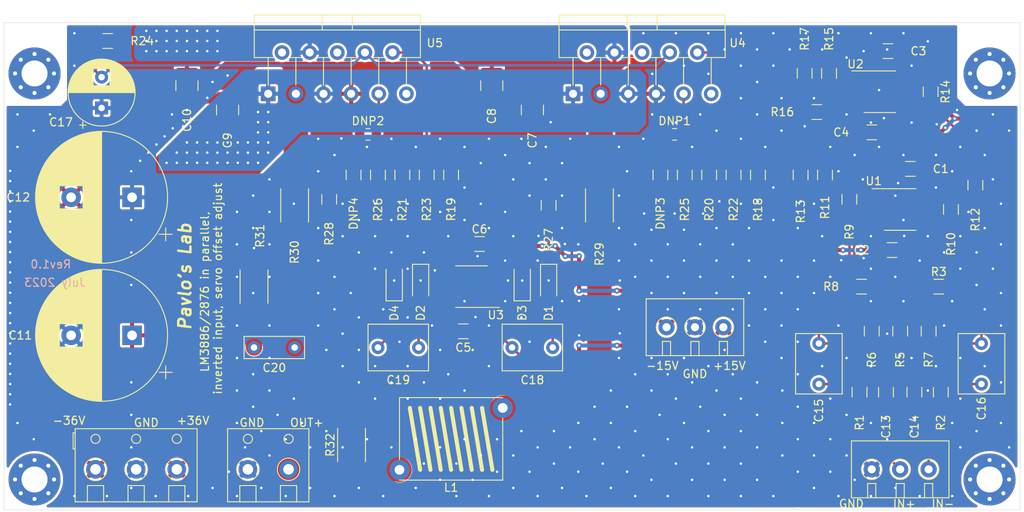
<source format=kicad_pcb>
(kicad_pcb (version 20171130) (host pcbnew "(5.1.6-0)")
  (layers (0 F.Cu signal) (31 B.Cu signal) (34 B.Paste user) (35 F.Paste user) (36 B.SilkS user) (37 F.SilkS user) (38 B.Mask user) (39 F.Mask user) (44 Edge.Cuts user))
  (net 0 "")
  (net 1 GND)
  (net 2 +15V)
  (net 3 -15V)
  (net 4 +36V)
  (net 5 -36V)
  (net 6 "Net-(C13-Pad1)")
  (net 7 "Net-(C14-Pad2)")
  (net 8 /U1SIG+)
  (net 9 /U1SIG-)
  (net 10 /SRVOUT1)
  (net 11 "Net-(C18-Pad1)")
  (net 12 /SRVOUT2)
  (net 13 "Net-(C19-Pad1)")
  (net 14 "Net-(C20-Pad2)")
  (net 15 /SOUT)
  (net 16 /SIG-)
  (net 17 /SIG+)
  (net 18 /OUTCONN)
  (net 19 "Net-(R5-Pad1)")
  (net 20 "Net-(R10-Pad2)")
  (net 21 "Net-(R8-Pad1)")
  (net 22 "Net-(R11-Pad2)")
  (net 23 "Net-(R10-Pad1)")
  (net 24 "Net-(R11-Pad1)")
  (net 25 "Net-(R12-Pad1)")
  (net 26 "Net-(R14-Pad1)")
  (net 27 "Net-(R15-Pad1)")
  (net 28 "Net-(R16-Pad1)")
  (net 29 /SUMIN)
  (net 30 /U4NINV)
  (net 31 /U5NINV)
  (net 32 /U4INV)
  (net 33 /U5INV)
  (net 34 MUTE)
  (net 35 /U4OUT)
  (net 36 /U5OUT)
  (net 37 "Net-(DNP1-Pad1)")
  (net 38 "Net-(DNP2-Pad1)")
  (net 39 "Net-(R3-Pad1)")
  (module MountingHole:MountingHole_3.2mm_M3_Pad_Via (layer F.Cu) (at 178.75 56.25)
    (fp_text reference H4)
    (fp_text value MountingHole)
    (pad 1 thru_hole circle (at 1.697056 -1.697056) (size 0.8 0.8) (drill 0.5) (layers *.Cu *.Mask))
    (pad 1 thru_hole circle (at 0 -2.4) (size 0.8 0.8) (drill 0.5) (layers *.Cu *.Mask))
    (pad 1 thru_hole circle (at -1.697056 -1.697056) (size 0.8 0.8) (drill 0.5) (layers *.Cu *.Mask))
    (pad 1 thru_hole circle (at -2.4 0) (size 0.8 0.8) (drill 0.5) (layers *.Cu *.Mask))
    (pad 1 thru_hole circle (at -1.697056 1.697056) (size 0.8 0.8) (drill 0.5) (layers *.Cu *.Mask))
    (pad 1 thru_hole circle (at 0 2.4) (size 0.8 0.8) (drill 0.5) (layers *.Cu *.Mask))
    (pad 1 thru_hole circle (at 1.697056 1.697056) (size 0.8 0.8) (drill 0.5) (layers *.Cu *.Mask))
    (pad 1 thru_hole circle (at 2.4 0) (size 0.8 0.8) (drill 0.5) (layers *.Cu *.Mask))
    (pad 1 thru_hole circle (at 0 0) (size 6.4 6.4) (drill 3.2) (layers *.Cu *.Mask))
  )
  (module MountingHole:MountingHole_3.2mm_M3_Pad_Via (layer F.Cu) (at 61.25 56.25)
    (fp_text reference H3)
    (fp_text value MountingHole)
    (pad 1 thru_hole circle (at 1.697056 -1.697056) (size 0.8 0.8) (drill 0.5) (layers *.Cu *.Mask))
    (pad 1 thru_hole circle (at 0 -2.4) (size 0.8 0.8) (drill 0.5) (layers *.Cu *.Mask))
    (pad 1 thru_hole circle (at -1.697056 -1.697056) (size 0.8 0.8) (drill 0.5) (layers *.Cu *.Mask))
    (pad 1 thru_hole circle (at -2.4 0) (size 0.8 0.8) (drill 0.5) (layers *.Cu *.Mask))
    (pad 1 thru_hole circle (at -1.697056 1.697056) (size 0.8 0.8) (drill 0.5) (layers *.Cu *.Mask))
    (pad 1 thru_hole circle (at 0 2.4) (size 0.8 0.8) (drill 0.5) (layers *.Cu *.Mask))
    (pad 1 thru_hole circle (at 1.697056 1.697056) (size 0.8 0.8) (drill 0.5) (layers *.Cu *.Mask))
    (pad 1 thru_hole circle (at 2.4 0) (size 0.8 0.8) (drill 0.5) (layers *.Cu *.Mask))
    (pad 1 thru_hole circle (at 0 0) (size 6.4 6.4) (drill 3.2) (layers *.Cu *.Mask))
  )
  (module MountingHole:MountingHole_3.2mm_M3_Pad_Via (layer F.Cu) (at 178.75 106.25)
    (fp_text reference H2)
    (fp_text value MountingHole)
    (pad 1 thru_hole circle (at 1.697056 -1.697056) (size 0.8 0.8) (drill 0.5) (layers *.Cu *.Mask))
    (pad 1 thru_hole circle (at 0 -2.4) (size 0.8 0.8) (drill 0.5) (layers *.Cu *.Mask))
    (pad 1 thru_hole circle (at -1.697056 -1.697056) (size 0.8 0.8) (drill 0.5) (layers *.Cu *.Mask))
    (pad 1 thru_hole circle (at -2.4 0) (size 0.8 0.8) (drill 0.5) (layers *.Cu *.Mask))
    (pad 1 thru_hole circle (at -1.697056 1.697056) (size 0.8 0.8) (drill 0.5) (layers *.Cu *.Mask))
    (pad 1 thru_hole circle (at 0 2.4) (size 0.8 0.8) (drill 0.5) (layers *.Cu *.Mask))
    (pad 1 thru_hole circle (at 1.697056 1.697056) (size 0.8 0.8) (drill 0.5) (layers *.Cu *.Mask))
    (pad 1 thru_hole circle (at 2.4 0) (size 0.8 0.8) (drill 0.5) (layers *.Cu *.Mask))
    (pad 1 thru_hole circle (at 0 0) (size 6.4 6.4) (drill 3.2) (layers *.Cu *.Mask))
  )
  (module MountingHole:MountingHole_3.2mm_M3_Pad_Via (layer F.Cu) (at 61.25 106.25)
    (fp_text reference H1)
    (fp_text value MountingHole)
    (pad 1 thru_hole circle (at 1.697056 -1.697056) (size 0.8 0.8) (drill 0.5) (layers *.Cu *.Mask))
    (pad 1 thru_hole circle (at 0 -2.4) (size 0.8 0.8) (drill 0.5) (layers *.Cu *.Mask))
    (pad 1 thru_hole circle (at -1.697056 -1.697056) (size 0.8 0.8) (drill 0.5) (layers *.Cu *.Mask))
    (pad 1 thru_hole circle (at -2.4 0) (size 0.8 0.8) (drill 0.5) (layers *.Cu *.Mask))
    (pad 1 thru_hole circle (at -1.697056 1.697056) (size 0.8 0.8) (drill 0.5) (layers *.Cu *.Mask))
    (pad 1 thru_hole circle (at 0 2.4) (size 0.8 0.8) (drill 0.5) (layers *.Cu *.Mask))
    (pad 1 thru_hole circle (at 1.697056 1.697056) (size 0.8 0.8) (drill 0.5) (layers *.Cu *.Mask))
    (pad 1 thru_hole circle (at 2.4 0) (size 0.8 0.8) (drill 0.5) (layers *.Cu *.Mask))
    (pad 1 thru_hole circle (at 0 0) (size 6.4 6.4) (drill 3.2) (layers *.Cu *.Mask))
  )
  (module Resistor_SMD:R_1206_3216Metric_Pad1.42x1.75mm_HandSolder (layer F.Cu) (at 172.5 82.5)
    (fp_text reference R3 (at 0 -1.82) (layer F.SilkS))
    (fp_text value 1K)
    (pad 2 smd roundrect (at 1.4875 0) (size 1.425 1.75) (layers F.Cu F.Paste F.Mask) (roundrect_rratio 0.175439) (net 20 "Net-(R10-Pad2)"))
    (pad 1 smd roundrect (at -1.4875 0) (size 1.425 1.75) (layers F.Cu F.Paste F.Mask) (roundrect_rratio 0.175439) (net 39 "Net-(R3-Pad1)"))
  )
  (module Resistor_SMD:R_1206_3216Metric_Pad1.42x1.75mm_HandSolder (layer F.Cu) (at 100.5 68.75 90)
    (fp_text reference DNP4 (at -4.75 0 90) (layer F.SilkS))
    (fp_text value DNP)
    (pad 2 smd roundrect (at 1.4875 0 90) (size 1.425 1.75) (layers F.Cu F.Paste F.Mask) (roundrect_rratio 0.175439) (net 38 "Net-(DNP2-Pad1)"))
    (pad 1 smd roundrect (at -1.4875 0 90) (size 1.425 1.75) (layers F.Cu F.Paste F.Mask) (roundrect_rratio 0.175439) (net 36 /U5OUT))
  )
  (module Resistor_SMD:R_1206_3216Metric_Pad1.42x1.75mm_HandSolder (layer F.Cu) (at 138.25 68.75 90)
    (fp_text reference DNP3 (at -4.75 0 90) (layer F.SilkS))
    (fp_text value DNP)
    (pad 2 smd roundrect (at 1.4875 0 90) (size 1.425 1.75) (layers F.Cu F.Paste F.Mask) (roundrect_rratio 0.175439) (net 37 "Net-(DNP1-Pad1)"))
    (pad 1 smd roundrect (at -1.4875 0 90) (size 1.425 1.75) (layers F.Cu F.Paste F.Mask) (roundrect_rratio 0.175439) (net 35 /U4OUT))
  )
  (module Capacitor_SMD:C_0805_2012Metric_Pad1.15x1.40mm_HandSolder (layer F.Cu) (at 102.275 63.75)
    (fp_text reference DNP2 (at 0 -1.65) (layer F.SilkS))
    (fp_text value DNP)
    (pad 2 smd roundrect (at 1.025 0) (size 1.15 1.4) (layers F.Cu F.Paste F.Mask) (roundrect_rratio 0.217391) (net 33 /U5INV))
    (pad 1 smd roundrect (at -1.025 0) (size 1.15 1.4) (layers F.Cu F.Paste F.Mask) (roundrect_rratio 0.217391) (net 38 "Net-(DNP2-Pad1)"))
  )
  (module Capacitor_SMD:C_0805_2012Metric_Pad1.15x1.40mm_HandSolder (layer F.Cu) (at 140 63.75)
    (fp_text reference DNP1 (at 0 -1.65) (layer F.SilkS))
    (fp_text value DNP)
    (pad 2 smd roundrect (at 1.025 0) (size 1.15 1.4) (layers F.Cu F.Paste F.Mask) (roundrect_rratio 0.217391) (net 32 /U4INV))
    (pad 1 smd roundrect (at -1.025 0) (size 1.15 1.4) (layers F.Cu F.Paste F.Mask) (roundrect_rratio 0.217391) (net 37 "Net-(DNP1-Pad1)"))
  )
  (module Package_TO_SOT_THT:TO-220-11_P3.4x5.08mm_StaggerOdd_Lead4.85mm_Vertical (layer F.Cu) (at 90 58.75)
    (fp_text reference U5 (at 20.5 -6.25) (layer F.SilkS))
    (fp_text value LM3886)
    (pad 11 thru_hole oval (at 17 0) (size 1.8 1.8) (drill 1) (layers *.Cu *.Mask))
    (pad 10 thru_hole oval (at 15.3 -5.08) (size 1.8 1.8) (drill 1) (layers *.Cu *.Mask) (net 31 /U5NINV))
    (pad 9 thru_hole oval (at 13.6 0) (size 1.8 1.8) (drill 1) (layers *.Cu *.Mask) (net 33 /U5INV))
    (pad 8 thru_hole oval (at 11.9 -5.08) (size 1.8 1.8) (drill 1) (layers *.Cu *.Mask) (net 34 MUTE))
    (pad 7 thru_hole oval (at 10.2 0) (size 1.8 1.8) (drill 1) (layers *.Cu *.Mask) (net 1 GND))
    (pad 6 thru_hole oval (at 8.5 -5.08) (size 1.8 1.8) (drill 1) (layers *.Cu *.Mask))
    (pad 5 thru_hole oval (at 6.8 0) (size 1.8 1.8) (drill 1) (layers *.Cu *.Mask) (net 4 +36V))
    (pad 4 thru_hole oval (at 5.1 -5.08) (size 1.8 1.8) (drill 1) (layers *.Cu *.Mask) (net 5 -36V))
    (pad 3 thru_hole oval (at 3.4 0) (size 1.8 1.8) (drill 1) (layers *.Cu *.Mask) (net 36 /U5OUT))
    (pad 2 thru_hole oval (at 1.7 -5.08) (size 1.8 1.8) (drill 1) (layers *.Cu *.Mask))
    (pad 1 thru_hole rect (at 0 0) (size 1.8 1.8) (drill 1) (layers *.Cu *.Mask) (net 4 +36V))
  )
  (module Package_TO_SOT_THT:TO-220-11_P3.4x5.08mm_StaggerOdd_Lead4.85mm_Vertical (layer F.Cu) (at 127.5 58.75)
    (fp_text reference U4 (at 20.25 -6.25) (layer F.SilkS))
    (fp_text value LM3886)
    (pad 11 thru_hole oval (at 17 0) (size 1.8 1.8) (drill 1) (layers *.Cu *.Mask))
    (pad 10 thru_hole oval (at 15.3 -5.08) (size 1.8 1.8) (drill 1) (layers *.Cu *.Mask) (net 30 /U4NINV))
    (pad 9 thru_hole oval (at 13.6 0) (size 1.8 1.8) (drill 1) (layers *.Cu *.Mask) (net 32 /U4INV))
    (pad 8 thru_hole oval (at 11.9 -5.08) (size 1.8 1.8) (drill 1) (layers *.Cu *.Mask) (net 34 MUTE))
    (pad 7 thru_hole oval (at 10.2 0) (size 1.8 1.8) (drill 1) (layers *.Cu *.Mask) (net 1 GND))
    (pad 6 thru_hole oval (at 8.5 -5.08) (size 1.8 1.8) (drill 1) (layers *.Cu *.Mask))
    (pad 5 thru_hole oval (at 6.8 0) (size 1.8 1.8) (drill 1) (layers *.Cu *.Mask) (net 4 +36V))
    (pad 4 thru_hole oval (at 5.1 -5.08) (size 1.8 1.8) (drill 1) (layers *.Cu *.Mask) (net 5 -36V))
    (pad 3 thru_hole oval (at 3.4 0) (size 1.8 1.8) (drill 1) (layers *.Cu *.Mask) (net 35 /U4OUT))
    (pad 2 thru_hole oval (at 1.7 -5.08) (size 1.8 1.8) (drill 1) (layers *.Cu *.Mask))
    (pad 1 thru_hole rect (at 0 0) (size 1.8 1.8) (drill 1) (layers *.Cu *.Mask) (net 4 +36V))
  )
  (module Package_SO:SOIC-8_3.9x4.9mm_P1.27mm (layer F.Cu) (at 115 82.5 180)
    (fp_text reference U3 (at -3 -3.5) (layer F.SilkS))
    (fp_text value OPA2134)
    (pad 8 smd roundrect (at 2.475 -1.905 180) (size 1.95 0.6) (layers F.Cu F.Paste F.Mask) (net 2 +15V))
    (pad 7 smd roundrect (at 2.475 -0.635 180) (size 1.95 0.6) (layers F.Cu F.Paste F.Mask) (net 12 /SRVOUT2))
    (pad 6 smd roundrect (at 2.475 0.635 180) (size 1.95 0.6) (layers F.Cu F.Paste F.Mask) (net 13 "Net-(C19-Pad1)"))
    (pad 5 smd roundrect (at 2.475 1.905 180) (size 1.95 0.6) (layers F.Cu F.Paste F.Mask) (net 1 GND))
    (pad 4 smd roundrect (at -2.475 1.905 180) (size 1.95 0.6) (layers F.Cu F.Paste F.Mask) (net 3 -15V))
    (pad 3 smd roundrect (at -2.475 0.635 180) (size 1.95 0.6) (layers F.Cu F.Paste F.Mask) (net 1 GND))
    (pad 2 smd roundrect (at -2.475 -0.635 180) (size 1.95 0.6) (layers F.Cu F.Paste F.Mask) (net 11 "Net-(C18-Pad1)"))
    (pad 1 smd roundrect (at -2.475 -1.905 180) (size 1.95 0.6) (layers F.Cu F.Paste F.Mask) (net 10 /SRVOUT1))
  )
  (module Package_SO:SOIC-8_3.9x4.9mm_P1.27mm (layer F.Cu) (at 165.25 58.5)
    (fp_text reference U2 (at -3 -3.4) (layer F.SilkS))
    (fp_text value NE5532)
    (pad 8 smd roundrect (at 2.475 -1.905) (size 1.95 0.6) (layers F.Cu F.Paste F.Mask) (net 2 +15V))
    (pad 7 smd roundrect (at 2.475 -0.635) (size 1.95 0.6) (layers F.Cu F.Paste F.Mask) (net 26 "Net-(R14-Pad1)"))
    (pad 6 smd roundrect (at 2.475 0.635) (size 1.95 0.6) (layers F.Cu F.Paste F.Mask) (net 25 "Net-(R12-Pad1)"))
    (pad 5 smd roundrect (at 2.475 1.905) (size 1.95 0.6) (layers F.Cu F.Paste F.Mask) (net 24 "Net-(R11-Pad1)"))
    (pad 4 smd roundrect (at -2.475 1.905) (size 1.95 0.6) (layers F.Cu F.Paste F.Mask) (net 3 -15V))
    (pad 3 smd roundrect (at -2.475 0.635) (size 1.95 0.6) (layers F.Cu F.Paste F.Mask) (net 28 "Net-(R16-Pad1)"))
    (pad 2 smd roundrect (at -2.475 -0.635) (size 1.95 0.6) (layers F.Cu F.Paste F.Mask) (net 27 "Net-(R15-Pad1)"))
    (pad 1 smd roundrect (at -2.475 -1.905) (size 1.95 0.6) (layers F.Cu F.Paste F.Mask) (net 29 /SUMIN))
  )
  (module Package_SO:SOIC-8_3.9x4.9mm_P1.27mm (layer F.Cu) (at 167.75 73)
    (fp_text reference U1 (at -3.25 -3.5) (layer F.SilkS))
    (fp_text value NE5532)
    (pad 8 smd roundrect (at 2.475 -1.905) (size 1.95 0.6) (layers F.Cu F.Paste F.Mask) (net 2 +15V))
    (pad 7 smd roundrect (at 2.475 -0.635) (size 1.95 0.6) (layers F.Cu F.Paste F.Mask) (net 23 "Net-(R10-Pad1)"))
    (pad 6 smd roundrect (at 2.475 0.635) (size 1.95 0.6) (layers F.Cu F.Paste F.Mask) (net 20 "Net-(R10-Pad2)"))
    (pad 5 smd roundrect (at 2.475 1.905) (size 1.95 0.6) (layers F.Cu F.Paste F.Mask) (net 9 /U1SIG-))
    (pad 4 smd roundrect (at -2.475 1.905) (size 1.95 0.6) (layers F.Cu F.Paste F.Mask) (net 3 -15V))
    (pad 3 smd roundrect (at -2.475 0.635) (size 1.95 0.6) (layers F.Cu F.Paste F.Mask) (net 8 /U1SIG+))
    (pad 2 smd roundrect (at -2.475 -0.635) (size 1.95 0.6) (layers F.Cu F.Paste F.Mask) (net 21 "Net-(R8-Pad1)"))
    (pad 1 smd roundrect (at -2.475 -1.905) (size 1.95 0.6) (layers F.Cu F.Paste F.Mask) (net 22 "Net-(R11-Pad2)"))
  )
  (module Resistor_SMD:R_2512_6332Metric_Pad1.52x3.35mm_HandSolder (layer F.Cu) (at 100.25 102 90)
    (fp_text reference R32 (at 0 -2.62 90) (layer F.SilkS))
    (fp_text value "10R 2W")
    (pad 2 smd roundrect (at 2.9875 0 90) (size 1.525 3.35) (layers F.Cu F.Paste F.Mask) (roundrect_rratio 0.163934) (net 15 /SOUT))
    (pad 1 smd roundrect (at -2.9875 0 90) (size 1.525 3.35) (layers F.Cu F.Paste F.Mask) (roundrect_rratio 0.163934) (net 18 /OUTCONN))
  )
  (module Resistor_SMD:R_2512_6332Metric_Pad1.52x3.35mm_HandSolder (layer F.Cu) (at 88.25 82.5 90)
    (fp_text reference R31 (at 6.25 0.75 90) (layer F.SilkS))
    (fp_text value "3R 2W")
    (pad 2 smd roundrect (at 2.9875 0 90) (size 1.525 3.35) (layers F.Cu F.Paste F.Mask) (roundrect_rratio 0.163934) (net 1 GND))
    (pad 1 smd roundrect (at -2.9875 0 90) (size 1.525 3.35) (layers F.Cu F.Paste F.Mask) (roundrect_rratio 0.163934) (net 14 "Net-(C20-Pad2)"))
  )
  (module Resistor_SMD:R_2512_6332Metric_Pad1.52x3.35mm_HandSolder (layer F.Cu) (at 93.25 72.5 90)
    (fp_text reference R30 (at -5.75 0 90) (layer F.SilkS))
    (fp_text value "0R1 2W")
    (pad 2 smd roundrect (at 2.9875 0 90) (size 1.525 3.35) (layers F.Cu F.Paste F.Mask) (roundrect_rratio 0.163934) (net 36 /U5OUT))
    (pad 1 smd roundrect (at -2.9875 0 90) (size 1.525 3.35) (layers F.Cu F.Paste F.Mask) (roundrect_rratio 0.163934) (net 15 /SOUT))
  )
  (module Resistor_SMD:R_2512_6332Metric_Pad1.52x3.35mm_HandSolder (layer F.Cu) (at 130.75 72.5 90)
    (fp_text reference R29 (at -6 0 90) (layer F.SilkS))
    (fp_text value "0R1 2W")
    (pad 2 smd roundrect (at 2.9875 0 90) (size 1.525 3.35) (layers F.Cu F.Paste F.Mask) (roundrect_rratio 0.163934) (net 35 /U4OUT))
    (pad 1 smd roundrect (at -2.9875 0 90) (size 1.525 3.35) (layers F.Cu F.Paste F.Mask) (roundrect_rratio 0.163934) (net 15 /SOUT))
  )
  (module Resistor_SMD:R_1206_3216Metric_Pad1.42x1.75mm_HandSolder (layer F.Cu) (at 97.5 71.75 90)
    (fp_text reference R28 (at -4.25 0 90) (layer F.SilkS))
    (fp_text value 1M)
    (pad 2 smd roundrect (at 1.4875 0 90) (size 1.425 1.75) (layers F.Cu F.Paste F.Mask) (roundrect_rratio 0.175439) (net 36 /U5OUT))
    (pad 1 smd roundrect (at -1.4875 0 90) (size 1.425 1.75) (layers F.Cu F.Paste F.Mask) (roundrect_rratio 0.175439) (net 13 "Net-(C19-Pad1)"))
  )
  (module Resistor_SMD:R_1206_3216Metric_Pad1.42x1.75mm_HandSolder (layer F.Cu) (at 124.5 72.5 90)
    (fp_text reference R27 (at -4.25 0 90) (layer F.SilkS))
    (fp_text value 1M)
    (pad 2 smd roundrect (at 1.4875 0 90) (size 1.425 1.75) (layers F.Cu F.Paste F.Mask) (roundrect_rratio 0.175439) (net 35 /U4OUT))
    (pad 1 smd roundrect (at -1.4875 0 90) (size 1.425 1.75) (layers F.Cu F.Paste F.Mask) (roundrect_rratio 0.175439) (net 11 "Net-(C18-Pad1)"))
  )
  (module Resistor_SMD:R_1206_3216Metric_Pad1.42x1.75mm_HandSolder (layer F.Cu) (at 103.5 68.75 90)
    (fp_text reference R26 (at -4.25 0 90) (layer F.SilkS))
    (fp_text value 22K)
    (pad 2 smd roundrect (at 1.4875 0 90) (size 1.425 1.75) (layers F.Cu F.Paste F.Mask) (roundrect_rratio 0.175439) (net 33 /U5INV))
    (pad 1 smd roundrect (at -1.4875 0 90) (size 1.425 1.75) (layers F.Cu F.Paste F.Mask) (roundrect_rratio 0.175439) (net 36 /U5OUT))
  )
  (module Resistor_SMD:R_1206_3216Metric_Pad1.42x1.75mm_HandSolder (layer F.Cu) (at 141.25 68.75 90)
    (fp_text reference R25 (at -4.25 0 90) (layer F.SilkS))
    (fp_text value 22K)
    (pad 2 smd roundrect (at 1.4875 0 90) (size 1.425 1.75) (layers F.Cu F.Paste F.Mask) (roundrect_rratio 0.175439) (net 32 /U4INV))
    (pad 1 smd roundrect (at -1.4875 0 90) (size 1.425 1.75) (layers F.Cu F.Paste F.Mask) (roundrect_rratio 0.175439) (net 35 /U4OUT))
  )
  (module Resistor_SMD:R_1206_3216Metric_Pad1.42x1.75mm_HandSolder (layer F.Cu) (at 70.25 52.25 180)
    (fp_text reference R24 (at -4.25 0) (layer F.SilkS))
    (fp_text value 47K)
    (pad 2 smd roundrect (at 1.4875 0 180) (size 1.425 1.75) (layers F.Cu F.Paste F.Mask) (roundrect_rratio 0.175439) (net 34 MUTE))
    (pad 1 smd roundrect (at -1.4875 0 180) (size 1.425 1.75) (layers F.Cu F.Paste F.Mask) (roundrect_rratio 0.175439) (net 5 -36V))
  )
  (module Resistor_SMD:R_1206_3216Metric_Pad1.42x1.75mm_HandSolder (layer F.Cu) (at 109.5 68.75 90)
    (fp_text reference R23 (at -4.25 0 90) (layer F.SilkS))
    (fp_text value 220K)
    (pad 2 smd roundrect (at 1.4875 0 90) (size 1.425 1.75) (layers F.Cu F.Paste F.Mask) (roundrect_rratio 0.175439) (net 31 /U5NINV))
    (pad 1 smd roundrect (at -1.4875 0 90) (size 1.425 1.75) (layers F.Cu F.Paste F.Mask) (roundrect_rratio 0.175439) (net 12 /SRVOUT2))
  )
  (module Resistor_SMD:R_1206_3216Metric_Pad1.42x1.75mm_HandSolder (layer F.Cu) (at 147.25 68.75 90)
    (fp_text reference R22 (at -4.25 0 90) (layer F.SilkS))
    (fp_text value 220K)
    (pad 2 smd roundrect (at 1.4875 0 90) (size 1.425 1.75) (layers F.Cu F.Paste F.Mask) (roundrect_rratio 0.175439) (net 30 /U4NINV))
    (pad 1 smd roundrect (at -1.4875 0 90) (size 1.425 1.75) (layers F.Cu F.Paste F.Mask) (roundrect_rratio 0.175439) (net 10 /SRVOUT1))
  )
  (module Resistor_SMD:R_1206_3216Metric_Pad1.42x1.75mm_HandSolder (layer F.Cu) (at 106.5 68.75 270)
    (fp_text reference R21 (at 4.25 0 90) (layer F.SilkS))
    (fp_text value 2K)
    (pad 2 smd roundrect (at 1.4875 0 270) (size 1.425 1.75) (layers F.Cu F.Paste F.Mask) (roundrect_rratio 0.175439) (net 29 /SUMIN))
    (pad 1 smd roundrect (at -1.4875 0 270) (size 1.425 1.75) (layers F.Cu F.Paste F.Mask) (roundrect_rratio 0.175439) (net 33 /U5INV))
  )
  (module Resistor_SMD:R_1206_3216Metric_Pad1.42x1.75mm_HandSolder (layer F.Cu) (at 144.25 68.75 270)
    (fp_text reference R20 (at 4.25 0 90) (layer F.SilkS))
    (fp_text value 2K)
    (pad 2 smd roundrect (at 1.4875 0 270) (size 1.425 1.75) (layers F.Cu F.Paste F.Mask) (roundrect_rratio 0.175439) (net 29 /SUMIN))
    (pad 1 smd roundrect (at -1.4875 0 270) (size 1.425 1.75) (layers F.Cu F.Paste F.Mask) (roundrect_rratio 0.175439) (net 32 /U4INV))
  )
  (module Resistor_SMD:R_1206_3216Metric_Pad1.42x1.75mm_HandSolder (layer F.Cu) (at 112.5 68.75 270)
    (fp_text reference R19 (at 4.25 0 90) (layer F.SilkS))
    (fp_text value 2K)
    (pad 2 smd roundrect (at 1.4875 0 270) (size 1.425 1.75) (layers F.Cu F.Paste F.Mask) (roundrect_rratio 0.175439) (net 1 GND))
    (pad 1 smd roundrect (at -1.4875 0 270) (size 1.425 1.75) (layers F.Cu F.Paste F.Mask) (roundrect_rratio 0.175439) (net 31 /U5NINV))
  )
  (module Resistor_SMD:R_1206_3216Metric_Pad1.42x1.75mm_HandSolder (layer F.Cu) (at 150.25 68.75 270)
    (fp_text reference R18 (at 4.25 0 90) (layer F.SilkS))
    (fp_text value 2K)
    (pad 2 smd roundrect (at 1.4875 0 270) (size 1.425 1.75) (layers F.Cu F.Paste F.Mask) (roundrect_rratio 0.175439) (net 1 GND))
    (pad 1 smd roundrect (at -1.4875 0 270) (size 1.425 1.75) (layers F.Cu F.Paste F.Mask) (roundrect_rratio 0.175439) (net 30 /U4NINV))
  )
  (module Resistor_SMD:R_1206_3216Metric_Pad1.42x1.75mm_HandSolder (layer F.Cu) (at 156 56.25 270)
    (fp_text reference R17 (at -4.25 0 90) (layer F.SilkS))
    (fp_text value 2K)
    (pad 2 smd roundrect (at 1.4875 0 270) (size 1.425 1.75) (layers F.Cu F.Paste F.Mask) (roundrect_rratio 0.175439) (net 27 "Net-(R15-Pad1)"))
    (pad 1 smd roundrect (at -1.4875 0 270) (size 1.425 1.75) (layers F.Cu F.Paste F.Mask) (roundrect_rratio 0.175439) (net 29 /SUMIN))
  )
  (module Resistor_SMD:R_1206_3216Metric_Pad1.42x1.75mm_HandSolder (layer F.Cu) (at 157.5 61 180)
    (fp_text reference R16 (at 4.25 0) (layer F.SilkS))
    (fp_text value 1K)
    (pad 2 smd roundrect (at 1.4875 0 180) (size 1.425 1.75) (layers F.Cu F.Paste F.Mask) (roundrect_rratio 0.175439) (net 1 GND))
    (pad 1 smd roundrect (at -1.4875 0 180) (size 1.425 1.75) (layers F.Cu F.Paste F.Mask) (roundrect_rratio 0.175439) (net 28 "Net-(R16-Pad1)"))
  )
  (module Resistor_SMD:R_1206_3216Metric_Pad1.42x1.75mm_HandSolder (layer F.Cu) (at 159 56.25 90)
    (fp_text reference R15 (at 4.25 0 90) (layer F.SilkS))
    (fp_text value 2K)
    (pad 2 smd roundrect (at 1.4875 0 90) (size 1.425 1.75) (layers F.Cu F.Paste F.Mask) (roundrect_rratio 0.175439) (net 26 "Net-(R14-Pad1)"))
    (pad 1 smd roundrect (at -1.4875 0 90) (size 1.425 1.75) (layers F.Cu F.Paste F.Mask) (roundrect_rratio 0.175439) (net 27 "Net-(R15-Pad1)"))
  )
  (module Resistor_SMD:R_1206_3216Metric_Pad1.42x1.75mm_HandSolder (layer F.Cu) (at 171.5 58.5 270)
    (fp_text reference R14 (at 0 -1.82 90) (layer F.SilkS))
    (fp_text value "1K 0%1")
    (pad 2 smd roundrect (at 1.4875 0 270) (size 1.425 1.75) (layers F.Cu F.Paste F.Mask) (roundrect_rratio 0.175439) (net 25 "Net-(R12-Pad1)"))
    (pad 1 smd roundrect (at -1.4875 0 270) (size 1.425 1.75) (layers F.Cu F.Paste F.Mask) (roundrect_rratio 0.175439) (net 26 "Net-(R14-Pad1)"))
  )
  (module Resistor_SMD:R_1206_3216Metric_Pad1.42x1.75mm_HandSolder (layer F.Cu) (at 155.5 68.75 90)
    (fp_text reference R13 (at -4.5 0 90) (layer F.SilkS))
    (fp_text value "1K 0%1")
    (pad 2 smd roundrect (at 1.4875 0 90) (size 1.425 1.75) (layers F.Cu F.Paste F.Mask) (roundrect_rratio 0.175439) (net 24 "Net-(R11-Pad1)"))
    (pad 1 smd roundrect (at -1.4875 0 90) (size 1.425 1.75) (layers F.Cu F.Paste F.Mask) (roundrect_rratio 0.175439) (net 1 GND))
  )
  (module Resistor_SMD:R_1206_3216Metric_Pad1.42x1.75mm_HandSolder (layer F.Cu) (at 177 70 270)
    (fp_text reference R12 (at 4.25 0 90) (layer F.SilkS))
    (fp_text value "2K 0%1")
    (pad 2 smd roundrect (at 1.4875 0 270) (size 1.425 1.75) (layers F.Cu F.Paste F.Mask) (roundrect_rratio 0.175439) (net 23 "Net-(R10-Pad1)"))
    (pad 1 smd roundrect (at -1.4875 0 270) (size 1.425 1.75) (layers F.Cu F.Paste F.Mask) (roundrect_rratio 0.175439) (net 25 "Net-(R12-Pad1)"))
  )
  (module Resistor_SMD:R_1206_3216Metric_Pad1.42x1.75mm_HandSolder (layer F.Cu) (at 158.5 68.75 270)
    (fp_text reference R11 (at 4 0 90) (layer F.SilkS))
    (fp_text value "2K 0%1")
    (pad 2 smd roundrect (at 1.4875 0 270) (size 1.425 1.75) (layers F.Cu F.Paste F.Mask) (roundrect_rratio 0.175439) (net 22 "Net-(R11-Pad2)"))
    (pad 1 smd roundrect (at -1.4875 0 270) (size 1.425 1.75) (layers F.Cu F.Paste F.Mask) (roundrect_rratio 0.175439) (net 24 "Net-(R11-Pad1)"))
  )
  (module Resistor_SMD:R_1206_3216Metric_Pad1.42x1.75mm_HandSolder (layer F.Cu) (at 174 73 270)
    (fp_text reference R10 (at 4.25 0 90) (layer F.SilkS))
    (fp_text value 1K)
    (pad 2 smd roundrect (at 1.4875 0 270) (size 1.425 1.75) (layers F.Cu F.Paste F.Mask) (roundrect_rratio 0.175439) (net 20 "Net-(R10-Pad2)"))
    (pad 1 smd roundrect (at -1.4875 0 270) (size 1.425 1.75) (layers F.Cu F.Paste F.Mask) (roundrect_rratio 0.175439) (net 23 "Net-(R10-Pad1)"))
  )
  (module Resistor_SMD:R_1206_3216Metric_Pad1.42x1.75mm_HandSolder (layer F.Cu) (at 161.5 71.75 270)
    (fp_text reference R9 (at 4 0 90) (layer F.SilkS))
    (fp_text value 1K)
    (pad 2 smd roundrect (at 1.4875 0 270) (size 1.425 1.75) (layers F.Cu F.Paste F.Mask) (roundrect_rratio 0.175439) (net 21 "Net-(R8-Pad1)"))
    (pad 1 smd roundrect (at -1.4875 0 270) (size 1.425 1.75) (layers F.Cu F.Paste F.Mask) (roundrect_rratio 0.175439) (net 22 "Net-(R11-Pad2)"))
  )
  (module Resistor_SMD:R_1206_3216Metric_Pad1.42x1.75mm_HandSolder (layer F.Cu) (at 163 82.5)
    (fp_text reference R8 (at -3.75 0) (layer F.SilkS))
    (fp_text value 1K)
    (pad 2 smd roundrect (at 1.4875 0) (size 1.425 1.75) (layers F.Cu F.Paste F.Mask) (roundrect_rratio 0.175439) (net 39 "Net-(R3-Pad1)"))
    (pad 1 smd roundrect (at -1.4875 0) (size 1.425 1.75) (layers F.Cu F.Paste F.Mask) (roundrect_rratio 0.175439) (net 21 "Net-(R8-Pad1)"))
  )
  (module Resistor_SMD:R_1206_3216Metric_Pad1.42x1.75mm_HandSolder (layer F.Cu) (at 171.25 88 270)
    (fp_text reference R7 (at 3.5 0 90) (layer F.SilkS))
    (fp_text value 47K)
    (pad 2 smd roundrect (at 1.4875 0 270) (size 1.425 1.75) (layers F.Cu F.Paste F.Mask) (roundrect_rratio 0.175439) (net 9 /U1SIG-))
    (pad 1 smd roundrect (at -1.4875 0 270) (size 1.425 1.75) (layers F.Cu F.Paste F.Mask) (roundrect_rratio 0.175439) (net 19 "Net-(R5-Pad1)"))
  )
  (module Resistor_SMD:R_1206_3216Metric_Pad1.42x1.75mm_HandSolder (layer F.Cu) (at 164.25 88 90)
    (fp_text reference R6 (at -3.5 0 90) (layer F.SilkS))
    (fp_text value 47K)
    (pad 2 smd roundrect (at 1.4875 0 90) (size 1.425 1.75) (layers F.Cu F.Paste F.Mask) (roundrect_rratio 0.175439) (net 19 "Net-(R5-Pad1)"))
    (pad 1 smd roundrect (at -1.4875 0 90) (size 1.425 1.75) (layers F.Cu F.Paste F.Mask) (roundrect_rratio 0.175439) (net 8 /U1SIG+))
  )
  (module Resistor_SMD:R_1206_3216Metric_Pad1.42x1.75mm_HandSolder (layer F.Cu) (at 167.75 88 270)
    (fp_text reference R5 (at 3.5 0 90) (layer F.SilkS))
    (fp_text value 2M2)
    (pad 2 smd roundrect (at 1.4875 0 270) (size 1.425 1.75) (layers F.Cu F.Paste F.Mask) (roundrect_rratio 0.175439) (net 1 GND))
    (pad 1 smd roundrect (at -1.4875 0 270) (size 1.425 1.75) (layers F.Cu F.Paste F.Mask) (roundrect_rratio 0.175439) (net 19 "Net-(R5-Pad1)"))
  )
  (module Resistor_SMD:R_1206_3216Metric_Pad1.42x1.75mm_HandSolder (layer F.Cu) (at 172.75 95.5 270)
    (fp_text reference R2 (at 3.75 0 90) (layer F.SilkS))
    (fp_text value 1K)
    (pad 2 smd roundrect (at 1.4875 0 270) (size 1.425 1.75) (layers F.Cu F.Paste F.Mask) (roundrect_rratio 0.175439) (net 16 /SIG-))
    (pad 1 smd roundrect (at -1.4875 0 270) (size 1.425 1.75) (layers F.Cu F.Paste F.Mask) (roundrect_rratio 0.175439) (net 7 "Net-(C14-Pad2)"))
  )
  (module Resistor_SMD:R_1206_3216Metric_Pad1.42x1.75mm_HandSolder (layer F.Cu) (at 162.75 95.5 270)
    (fp_text reference R1 (at 3.75 0 90) (layer F.SilkS))
    (fp_text value 1K)
    (pad 2 smd roundrect (at 1.4875 0 270) (size 1.425 1.75) (layers F.Cu F.Paste F.Mask) (roundrect_rratio 0.175439) (net 17 /SIG+))
    (pad 1 smd roundrect (at -1.4875 0 270) (size 1.425 1.75) (layers F.Cu F.Paste F.Mask) (roundrect_rratio 0.175439) (net 6 "Net-(C13-Pad1)"))
  )
  (module local_footprints_lib:Inductor_DIY (layer F.Cu) (at 112.5 101.25 180)
    (fp_text reference L1 (at 0 -6) (layer F.SilkS))
    (fp_text value 1u)
    (pad 2 thru_hole circle (at 6.35 -3.81 180) (size 2.5 2.5) (drill 1.2) (layers *.Cu *.Mask) (net 18 /OUTCONN))
    (pad 1 thru_hole circle (at -6.35 3.81 180) (size 2.5 2.5) (drill 1.2) (layers *.Cu *.Mask) (net 15 /SOUT))
  )
  (module "local_footprints_lib:TerminalBlock_ Amphenol_01_03_P3.50mm" (layer F.Cu) (at 142.5 87.5)
    (fp_text reference J4)
    (fp_text value 15V)
    (pad 3 thru_hole circle (at 3.5 0) (size 2 2) (drill 1) (layers *.Cu *.Mask) (net 2 +15V))
    (pad 2 thru_hole circle (at 0 0) (size 2 2) (drill 1) (layers *.Cu *.Mask) (net 1 GND))
    (pad 1 thru_hole circle (at -3.5 0) (size 2 2) (drill 1) (layers *.Cu *.Mask) (net 3 -15V))
  )
  (module local_footprints_lib:TerminalBlock_CUI_01x03_P5.00mm (layer F.Cu) (at 73.75 105)
    (fp_text reference J3)
    (fp_text value 36V)
    (pad 3 thru_hole circle (at 5 0) (size 2.3 2.3) (drill 1.3) (layers *.Cu *.Mask) (net 4 +36V))
    (pad 2 thru_hole circle (at 0 0) (size 2.3 2.3) (drill 1.3) (layers *.Cu *.Mask) (net 1 GND))
    (pad 1 thru_hole circle (at -5 0) (size 2.3 2.3) (drill 1.3) (layers *.Cu *.Mask) (net 5 -36V))
  )
  (module local_footprints_lib:TerminalBlock_CUI_01x02_P5.00mm (layer F.Cu) (at 90 105)
    (fp_text reference J2)
    (fp_text value OUT)
    (pad 2 thru_hole circle (at 2.5 0) (size 2.3 2.3) (drill 1.3) (layers *.Cu *.Mask) (net 18 /OUTCONN))
    (pad 1 thru_hole circle (at -2.5 0) (size 2.3 2.3) (drill 1.3) (layers *.Cu *.Mask) (net 1 GND))
  )
  (module "local_footprints_lib:TerminalBlock_ Amphenol_01_03_P3.50mm" (layer F.Cu) (at 167.75 105)
    (fp_text reference J1)
    (fp_text value INPUT)
    (pad 3 thru_hole circle (at 3.5 0) (size 2 2) (drill 1) (layers *.Cu *.Mask) (net 16 /SIG-))
    (pad 2 thru_hole circle (at 0 0) (size 2 2) (drill 1) (layers *.Cu *.Mask) (net 17 /SIG+))
    (pad 1 thru_hole circle (at -3.5 0) (size 2 2) (drill 1) (layers *.Cu *.Mask) (net 1 GND))
  )
  (module Diode_SMD:D_SOD-123 (layer F.Cu) (at 105.5 82 90)
    (fp_text reference D4 (at -3.75 0 90) (layer F.SilkS))
    (fp_text value 1N4148)
    (pad 2 smd rect (at 1.65 0 90) (size 0.9 1.2) (layers F.Cu F.Paste F.Mask) (net 1 GND))
    (pad 1 smd rect (at -1.65 0 90) (size 0.9 1.2) (layers F.Cu F.Paste F.Mask) (net 13 "Net-(C19-Pad1)"))
  )
  (module Diode_SMD:D_SOD-123 (layer F.Cu) (at 121.25 82 90)
    (fp_text reference D3 (at -3.75 0 90) (layer F.SilkS))
    (fp_text value 1N4148)
    (pad 2 smd rect (at 1.65 0 90) (size 0.9 1.2) (layers F.Cu F.Paste F.Mask) (net 1 GND))
    (pad 1 smd rect (at -1.65 0 90) (size 0.9 1.2) (layers F.Cu F.Paste F.Mask) (net 11 "Net-(C18-Pad1)"))
  )
  (module Diode_SMD:D_SOD-123 (layer F.Cu) (at 108.75 82 270)
    (fp_text reference D2 (at 3.75 0 90) (layer F.SilkS))
    (fp_text value 1N4148)
    (pad 2 smd rect (at 1.65 0 270) (size 0.9 1.2) (layers F.Cu F.Paste F.Mask) (net 13 "Net-(C19-Pad1)"))
    (pad 1 smd rect (at -1.65 0 270) (size 0.9 1.2) (layers F.Cu F.Paste F.Mask) (net 1 GND))
  )
  (module Diode_SMD:D_SOD-123 (layer F.Cu) (at 124.5 82 270)
    (fp_text reference D1 (at 3.75 0 90) (layer F.SilkS))
    (fp_text value 1N4148)
    (pad 2 smd rect (at 1.65 0 270) (size 0.9 1.2) (layers F.Cu F.Paste F.Mask) (net 11 "Net-(C18-Pad1)"))
    (pad 1 smd rect (at -1.65 0 270) (size 0.9 1.2) (layers F.Cu F.Paste F.Mask) (net 1 GND))
  )
  (module Capacitor_THT:C_Rect_L7.2mm_W2.5mm_P5.00mm_FKS2_FKP2_MKS2_MKP2 (layer F.Cu) (at 93.25 90 180)
    (fp_text reference C20 (at 2.5 -2.5) (layer F.SilkS))
    (fp_text value 100n)
    (pad 2 thru_hole circle (at 5 0 180) (size 1.6 1.6) (drill 0.8) (layers *.Cu *.Mask) (net 14 "Net-(C20-Pad2)"))
    (pad 1 thru_hole circle (at 0 0 180) (size 1.6 1.6) (drill 0.8) (layers *.Cu *.Mask) (net 15 /SOUT))
  )
  (module Capacitor_THT:C_Rect_L7.2mm_W5.5mm_P5.00mm_FKS2_FKP2_MKS2_MKP2 (layer F.Cu) (at 103.5 90)
    (fp_text reference C19 (at 2.5 4) (layer F.SilkS))
    (fp_text value 1u)
    (pad 2 thru_hole circle (at 5 0) (size 1.6 1.6) (drill 0.8) (layers *.Cu *.Mask) (net 12 /SRVOUT2))
    (pad 1 thru_hole circle (at 0 0) (size 1.6 1.6) (drill 0.8) (layers *.Cu *.Mask) (net 13 "Net-(C19-Pad1)"))
  )
  (module Capacitor_THT:C_Rect_L7.2mm_W5.5mm_P5.00mm_FKS2_FKP2_MKS2_MKP2 (layer F.Cu) (at 125 90 180)
    (fp_text reference C18 (at 2.5 -4) (layer F.SilkS))
    (fp_text value 1u)
    (pad 2 thru_hole circle (at 5 0 180) (size 1.6 1.6) (drill 0.8) (layers *.Cu *.Mask) (net 10 /SRVOUT1))
    (pad 1 thru_hole circle (at 0 0 180) (size 1.6 1.6) (drill 0.8) (layers *.Cu *.Mask) (net 11 "Net-(C18-Pad1)"))
  )
  (module Capacitor_THT:CP_Radial_D8.0mm_P3.80mm (layer F.Cu) (at 69.5 60.5 90)
    (fp_text reference C17 (at -1.75 -5 180) (layer F.SilkS))
    (fp_text value 100u)
    (pad 2 thru_hole circle (at 3.8 0 90) (size 1.6 1.6) (drill 0.8) (layers *.Cu *.Mask) (net 34 MUTE))
    (pad 1 thru_hole rect (at 0 0 90) (size 1.6 1.6) (drill 0.8) (layers *.Cu *.Mask) (net 1 GND))
  )
  (module Capacitor_THT:C_Rect_L7.2mm_W5.5mm_P5.00mm_FKS2_FKP2_MKS2_MKP2 (layer F.Cu) (at 177.75 89.5 270)
    (fp_text reference C16 (at 8 0 90) (layer F.SilkS))
    (fp_text value 2u2)
    (pad 2 thru_hole circle (at 5 0 270) (size 1.6 1.6) (drill 0.8) (layers *.Cu *.Mask) (net 7 "Net-(C14-Pad2)"))
    (pad 1 thru_hole circle (at 0 0 270) (size 1.6 1.6) (drill 0.8) (layers *.Cu *.Mask) (net 9 /U1SIG-))
  )
  (module Capacitor_THT:C_Rect_L7.2mm_W5.5mm_P5.00mm_FKS2_FKP2_MKS2_MKP2 (layer F.Cu) (at 157.75 89.5 270)
    (fp_text reference C15 (at 8.25 0 90) (layer F.SilkS))
    (fp_text value 2u2)
    (pad 2 thru_hole circle (at 5 0 270) (size 1.6 1.6) (drill 0.8) (layers *.Cu *.Mask) (net 6 "Net-(C13-Pad1)"))
    (pad 1 thru_hole circle (at 0 0 270) (size 1.6 1.6) (drill 0.8) (layers *.Cu *.Mask) (net 8 /U1SIG+))
  )
  (module Capacitor_SMD:C_1206_3216Metric_Pad1.42x1.75mm_HandSolder (layer F.Cu) (at 169.5 95.5 90)
    (fp_text reference C14 (at -4.25 0 90) (layer F.SilkS))
    (fp_text value 100p)
    (pad 2 smd roundrect (at 1.4875 0 90) (size 1.425 1.75) (layers F.Cu F.Paste F.Mask) (roundrect_rratio 0.175439) (net 7 "Net-(C14-Pad2)"))
    (pad 1 smd roundrect (at -1.4875 0 90) (size 1.425 1.75) (layers F.Cu F.Paste F.Mask) (roundrect_rratio 0.175439) (net 1 GND))
  )
  (module Capacitor_SMD:C_1206_3216Metric_Pad1.42x1.75mm_HandSolder (layer F.Cu) (at 166 95.5 270)
    (fp_text reference C13 (at 4.25 0 90) (layer F.SilkS))
    (fp_text value 100p)
    (pad 2 smd roundrect (at 1.4875 0 270) (size 1.425 1.75) (layers F.Cu F.Paste F.Mask) (roundrect_rratio 0.175439) (net 1 GND))
    (pad 1 smd roundrect (at -1.4875 0 270) (size 1.425 1.75) (layers F.Cu F.Paste F.Mask) (roundrect_rratio 0.175439) (net 6 "Net-(C13-Pad1)"))
  )
  (module Capacitor_THT:CP_Radial_D16.0mm_P7.50mm (layer F.Cu) (at 73.25 71.5 180)
    (fp_text reference C12 (at 14 0) (layer F.SilkS))
    (fp_text value 1000u)
    (pad 2 thru_hole circle (at 7.5 0 180) (size 2.4 2.4) (drill 1.2) (layers *.Cu *.Mask) (net 5 -36V))
    (pad 1 thru_hole rect (at 0 0 180) (size 2.4 2.4) (drill 1.2) (layers *.Cu *.Mask) (net 1 GND))
  )
  (module Capacitor_THT:CP_Radial_D16.0mm_P7.50mm (layer F.Cu) (at 73.25 88.5 180)
    (fp_text reference C11 (at 13.75 0) (layer F.SilkS))
    (fp_text value 1000u)
    (pad 2 thru_hole circle (at 7.5 0 180) (size 2.4 2.4) (drill 1.2) (layers *.Cu *.Mask) (net 1 GND))
    (pad 1 thru_hole rect (at 0 0 180) (size 2.4 2.4) (drill 1.2) (layers *.Cu *.Mask) (net 4 +36V))
  )
  (module Capacitor_SMD:C_1210_3225Metric_Pad1.42x2.65mm_HandSolder (layer F.Cu) (at 80 57.75 90)
    (fp_text reference C10 (at -4.25 0 90) (layer F.SilkS))
    (fp_text value "2.2u 50V")
    (pad 2 smd roundrect (at 1.4875 0 90) (size 1.425 2.65) (layers F.Cu F.Paste F.Mask) (roundrect_rratio 0.175439) (net 5 -36V))
    (pad 1 smd roundrect (at -1.4875 0 90) (size 1.425 2.65) (layers F.Cu F.Paste F.Mask) (roundrect_rratio 0.175439) (net 1 GND))
  )
  (module Capacitor_SMD:C_1210_3225Metric_Pad1.42x2.65mm_HandSolder (layer F.Cu) (at 85 60.75 90)
    (fp_text reference C9 (at -3.75 0 90) (layer F.SilkS))
    (fp_text value "2.2u 50V")
    (pad 2 smd roundrect (at 1.4875 0 90) (size 1.425 2.65) (layers F.Cu F.Paste F.Mask) (roundrect_rratio 0.175439) (net 1 GND))
    (pad 1 smd roundrect (at -1.4875 0 90) (size 1.425 2.65) (layers F.Cu F.Paste F.Mask) (roundrect_rratio 0.175439) (net 4 +36V))
  )
  (module Capacitor_SMD:C_1210_3225Metric_Pad1.42x2.65mm_HandSolder (layer F.Cu) (at 117.5 57.75 90)
    (fp_text reference C8 (at -3.75 0 90) (layer F.SilkS))
    (fp_text value "2.2u 50V")
    (pad 2 smd roundrect (at 1.4875 0 90) (size 1.425 2.65) (layers F.Cu F.Paste F.Mask) (roundrect_rratio 0.175439) (net 5 -36V))
    (pad 1 smd roundrect (at -1.4875 0 90) (size 1.425 2.65) (layers F.Cu F.Paste F.Mask) (roundrect_rratio 0.175439) (net 1 GND))
  )
  (module Capacitor_SMD:C_1210_3225Metric_Pad1.42x2.65mm_HandSolder (layer F.Cu) (at 122.5 60.75 90)
    (fp_text reference C7 (at -3.75 0 90) (layer F.SilkS))
    (fp_text value "2.2u 50V")
    (pad 2 smd roundrect (at 1.4875 0 90) (size 1.425 2.65) (layers F.Cu F.Paste F.Mask) (roundrect_rratio 0.175439) (net 1 GND))
    (pad 1 smd roundrect (at -1.4875 0 90) (size 1.425 2.65) (layers F.Cu F.Paste F.Mask) (roundrect_rratio 0.175439) (net 4 +36V))
  )
  (module Capacitor_SMD:C_1206_3216Metric_Pad1.42x1.75mm_HandSolder (layer F.Cu) (at 116 77.25)
    (fp_text reference C6 (at 0 -1.82) (layer F.SilkS))
    (fp_text value 0.1u)
    (pad 2 smd roundrect (at 1.4875 0) (size 1.425 1.75) (layers F.Cu F.Paste F.Mask) (roundrect_rratio 0.175439) (net 3 -15V))
    (pad 1 smd roundrect (at -1.4875 0) (size 1.425 1.75) (layers F.Cu F.Paste F.Mask) (roundrect_rratio 0.175439) (net 1 GND))
  )
  (module Capacitor_SMD:C_1206_3216Metric_Pad1.42x1.75mm_HandSolder (layer F.Cu) (at 114 88)
    (fp_text reference C5 (at 0 2) (layer F.SilkS))
    (fp_text value 0.1u)
    (pad 2 smd roundrect (at 1.4875 0) (size 1.425 1.75) (layers F.Cu F.Paste F.Mask) (roundrect_rratio 0.175439) (net 1 GND))
    (pad 1 smd roundrect (at -1.4875 0) (size 1.425 1.75) (layers F.Cu F.Paste F.Mask) (roundrect_rratio 0.175439) (net 2 +15V))
  )
  (module Capacitor_SMD:C_1206_3216Metric_Pad1.42x1.75mm_HandSolder (layer F.Cu) (at 164.25 63.5 180)
    (fp_text reference C4 (at 3.75 0) (layer F.SilkS))
    (fp_text value 0.1u)
    (pad 2 smd roundrect (at 1.4875 0 180) (size 1.425 1.75) (layers F.Cu F.Paste F.Mask) (roundrect_rratio 0.175439) (net 3 -15V))
    (pad 1 smd roundrect (at -1.4875 0 180) (size 1.425 1.75) (layers F.Cu F.Paste F.Mask) (roundrect_rratio 0.175439) (net 1 GND))
  )
  (module Capacitor_SMD:C_1206_3216Metric_Pad1.42x1.75mm_HandSolder (layer F.Cu) (at 166.25 53.5 180)
    (fp_text reference C3 (at -3.75 0) (layer F.SilkS))
    (fp_text value 0.1u)
    (pad 2 smd roundrect (at 1.4875 0 180) (size 1.425 1.75) (layers F.Cu F.Paste F.Mask) (roundrect_rratio 0.175439) (net 1 GND))
    (pad 1 smd roundrect (at -1.4875 0 180) (size 1.425 1.75) (layers F.Cu F.Paste F.Mask) (roundrect_rratio 0.175439) (net 2 +15V))
  )
  (module Capacitor_SMD:C_1206_3216Metric_Pad1.42x1.75mm_HandSolder (layer F.Cu) (at 166.75 78 180)
    (fp_text reference C2 (at 3.75 0) (layer F.SilkS))
    (fp_text value 0.1u)
    (pad 2 smd roundrect (at 1.4875 0 180) (size 1.425 1.75) (layers F.Cu F.Paste F.Mask) (roundrect_rratio 0.175439) (net 3 -15V))
    (pad 1 smd roundrect (at -1.4875 0 180) (size 1.425 1.75) (layers F.Cu F.Paste F.Mask) (roundrect_rratio 0.175439) (net 1 GND))
  )
  (module Capacitor_SMD:C_1206_3216Metric_Pad1.42x1.75mm_HandSolder (layer F.Cu) (at 169 68 180)
    (fp_text reference C1 (at -3.75 0) (layer F.SilkS))
    (fp_text value 0.1u)
    (pad 2 smd roundrect (at 1.4875 0 180) (size 1.425 1.75) (layers F.Cu F.Paste F.Mask) (roundrect_rratio 0.175439) (net 1 GND))
    (pad 1 smd roundrect (at -1.4875 0 180) (size 1.425 1.75) (layers F.Cu F.Paste F.Mask) (roundrect_rratio 0.175439) (net 2 +15V))
  )
  (gr_text "July 2023" (at 63.75 82) (layer B.SilkS) (effects (font (size 1 1)) (justify mirror)))
  (gr_text Rev1.0 (at 63.25 79.75) (layer B.SilkS) (effects (font (size 1 1)) (justify mirror)))
  (gr_text "LM3886/2876 in parallel, \ninverted input, servo offset adjust" (at 83 82.75 90) (layer F.SilkS) (effects (font (size 1 1))))
  (gr_text "Pavlo’s Lab" (at 79.75 81.25 90) (layer F.SilkS) (effects (font (size 1.5 1.5) (thickness 0.3) italic)))
  (gr_text "IN-\n" (at 173 109.25) (layer F.SilkS) (effects (font (size 1 1))))
  (gr_text IN+ (at 168.25 109.25) (layer F.SilkS) (effects (font (size 1 1))))
  (gr_text OUT+ (at 94.75 99.25) (layer F.SilkS) (effects (font (size 1 1))))
  (gr_text +36V (at 80.75 99) (layer F.SilkS) (effects (font (size 1 1))))
  (gr_text -36V (at 65.5 99) (layer F.SilkS) (effects (font (size 1 1))))
  (gr_text GND (at 75 99.25) (layer F.SilkS) (effects (font (size 1 1))))
  (gr_text GND (at 88 99.25) (layer F.SilkS) (effects (font (size 1 1))))
  (gr_text GND (at 161.75 109.25) (layer F.SilkS) (effects (font (size 1 1))))
  (gr_text GND (at 142.5 93.25) (layer F.SilkS) (effects (font (size 1 1))))
  (gr_text -15V (at 138.5 92.25) (layer F.SilkS) (effects (font (size 1 1))))
  (gr_text +15V (at 146.75 92.25) (layer F.SilkS) (effects (font (size 1 1))))
  (gr_line (start 182.5 110) (end 182.5 50) (layer Edge.Cuts) (width 0.05))
  (gr_line (start 57.5 110) (end 182.5 110) (layer Edge.Cuts) (width 0.05))
  (gr_line (start 57.5 50) (end 57.5 110) (layer Edge.Cuts) (width 0.05))
  (gr_line (start 57.5 50) (end 182.5 50) (layer Edge.Cuts) (width 0.05))
  (via (at 166 98.75) (size 0.7) (drill 0.3) (layers F.Cu B.Cu) (net 1))
  (segment (start 166 96.9875) (end 166 98.75) (width 1) (layer F.Cu) (net 1))
  (via (at 169.5 98.75) (size 0.7) (drill 0.3) (layers F.Cu B.Cu) (net 1))
  (segment (start 169.5 96.9875) (end 169.5 98.75) (width 1) (layer F.Cu) (net 1))
  (via (at 167.75 91) (size 0.7) (drill 0.3) (layers F.Cu B.Cu) (net 1))
  (segment (start 167.75 89.4875) (end 167.75 91) (width 1) (layer F.Cu) (net 1))
  (via (at 167.5 69.75) (size 0.7) (drill 0.3) (layers F.Cu B.Cu) (net 1))
  (segment (start 167.5125 69.7375) (end 167.5 69.75) (width 1) (layer F.Cu) (net 1))
  (segment (start 167.5125 68) (end 167.5125 69.7375) (width 1) (layer F.Cu) (net 1))
  (via (at 168.25 76.25) (size 0.7) (drill 0.3) (layers F.Cu B.Cu) (net 1))
  (segment (start 168.2375 76.2625) (end 168.25 76.25) (width 1) (layer F.Cu) (net 1))
  (segment (start 168.2375 78) (end 168.2375 76.2625) (width 1) (layer F.Cu) (net 1))
  (via (at 165.75 61.75) (size 0.7) (drill 0.3) (layers F.Cu B.Cu) (net 1))
  (segment (start 165.7375 61.7625) (end 165.75 61.75) (width 1) (layer F.Cu) (net 1))
  (segment (start 165.7375 63.5) (end 165.7375 61.7625) (width 1) (layer F.Cu) (net 1))
  (via (at 163.25 53.5) (size 0.7) (drill 0.3) (layers F.Cu B.Cu) (net 1))
  (segment (start 164.7625 53.5) (end 163.25 53.5) (width 1) (layer F.Cu) (net 1))
  (segment (start 156.0125 62.7375) (end 156 62.75) (width 1) (layer F.Cu) (net 1))
  (via (at 156 62.75) (size 0.7) (drill 0.3) (layers F.Cu B.Cu) (net 1))
  (segment (start 156.0125 61) (end 156.0125 62.7375) (width 1) (layer F.Cu) (net 1))
  (via (at 155.5 72) (size 0.7) (drill 0.3) (layers F.Cu B.Cu) (net 1))
  (segment (start 155.5 70.2375) (end 155.5 72) (width 1) (layer F.Cu) (net 1))
  (via (at 150.25 72) (size 0.7) (drill 0.3) (layers F.Cu B.Cu) (net 1))
  (segment (start 150.25 70.2375) (end 150.25 72) (width 1) (layer F.Cu) (net 1))
  (via (at 112.5 71.75) (size 0.7) (drill 0.3) (layers F.Cu B.Cu) (net 1))
  (segment (start 112.5 70.2375) (end 112.5 71.75) (width 1) (layer F.Cu) (net 1))
  (segment (start 114.5125 77.5125) (end 115.75 78.75) (width 1) (layer F.Cu) (net 1))
  (via (at 115.75 78.75) (size 0.7) (drill 0.3) (layers F.Cu B.Cu) (net 1))
  (segment (start 114.5125 77.25) (end 114.5125 77.5125) (width 1) (layer F.Cu) (net 1))
  (via (at 121.25 81.75) (size 0.7) (drill 0.3) (layers F.Cu B.Cu) (net 1))
  (segment (start 121.25 80.35) (end 121.25 81.75) (width 1) (layer F.Cu) (net 1))
  (via (at 124.5 81.75) (size 0.7) (drill 0.3) (layers F.Cu B.Cu) (net 1))
  (segment (start 124.5 80.35) (end 124.5 81.75) (width 1) (layer F.Cu) (net 1))
  (via (at 108.75 81.75) (size 0.7) (drill 0.3) (layers F.Cu B.Cu) (net 1))
  (segment (start 108.75 80.35) (end 108.75 81.75) (width 1) (layer F.Cu) (net 1))
  (via (at 105.5 81.75) (size 0.7) (drill 0.3) (layers F.Cu B.Cu) (net 1))
  (segment (start 105.5 80.35) (end 105.5 81.75) (width 1) (layer F.Cu) (net 1))
  (via (at 115.5 86.25) (size 0.7) (drill 0.3) (layers F.Cu B.Cu) (net 1))
  (segment (start 115.4875 86.2625) (end 115.5 86.25) (width 1) (layer F.Cu) (net 1))
  (segment (start 115.4875 88) (end 115.4875 86.2625) (width 1) (layer F.Cu) (net 1))
  (via (at 88.25 77.75) (size 0.7) (drill 0.3) (layers F.Cu B.Cu) (net 1))
  (segment (start 88.25 79.5125) (end 88.25 77.75) (width 1) (layer F.Cu) (net 1))
  (via (at 82.5 59.25) (size 0.7) (drill 0.3) (layers F.Cu B.Cu) (net 1))
  (segment (start 82.5125 59.2625) (end 82.5 59.25) (width 1) (layer F.Cu) (net 1))
  (segment (start 85 59.2625) (end 82.5125 59.2625) (width 1) (layer F.Cu) (net 1))
  (segment (start 82.4875 59.2375) (end 82.5 59.25) (width 1) (layer F.Cu) (net 1))
  (segment (start 80 59.2375) (end 82.4875 59.2375) (width 1) (layer F.Cu) (net 1))
  (via (at 110.5 80.5) (size 0.7) (drill 0.3) (layers F.Cu B.Cu) (net 1))
  (segment (start 110.595 80.595) (end 110.5 80.5) (width 0.5) (layer F.Cu) (net 1))
  (segment (start 112.525 80.595) (end 110.595 80.595) (width 0.5) (layer F.Cu) (net 1))
  (via (at 119.5 81.75) (size 0.7) (drill 0.3) (layers F.Cu B.Cu) (net 1))
  (segment (start 119.385 81.865) (end 119.5 81.75) (width 0.5) (layer F.Cu) (net 1))
  (segment (start 117.475 81.865) (end 119.385 81.865) (width 0.5) (layer F.Cu) (net 1))
  (via (at 80 60.75) (size 0.7) (drill 0.3) (layers F.Cu B.Cu) (net 1))
  (segment (start 80 59.2375) (end 80 60.75) (width 1) (layer F.Cu) (net 1))
  (segment (start 117.525 59.2625) (end 117.5 59.2375) (width 1) (layer F.Cu) (net 1))
  (segment (start 122.5 59.2625) (end 117.525 59.2625) (width 1) (layer F.Cu) (net 1))
  (via (at 85 56.5) (size 0.7) (drill 0.3) (layers F.Cu B.Cu) (net 1))
  (segment (start 85 59.2625) (end 85 56.5) (width 1) (layer F.Cu) (net 1))
  (via (at 59.151191 61.2925) (size 0.7) (drill 0.3) (layers F.Cu B.Cu) (net 1))
  (via (at 59.151191 65.2925) (size 0.7) (drill 0.3) (layers F.Cu B.Cu) (net 1))
  (via (at 59.151191 99.2925) (size 0.7) (drill 0.3) (layers F.Cu B.Cu) (net 1))
  (via (at 61.151191 63.2925) (size 0.7) (drill 0.3) (layers F.Cu B.Cu) (net 1))
  (via (at 61.151191 101.2925) (size 0.7) (drill 0.3) (layers F.Cu B.Cu) (net 1))
  (via (at 63.151191 61.2925) (size 0.7) (drill 0.3) (layers F.Cu B.Cu) (net 1))
  (via (at 66.151191 51.2925) (size 0.7) (drill 0.3) (layers F.Cu B.Cu) (net 1))
  (via (at 66.151191 55.2925) (size 0.7) (drill 0.3) (layers F.Cu B.Cu) (net 1))
  (via (at 66.151191 108.2925) (size 0.7) (drill 0.3) (layers F.Cu B.Cu) (net 1))
  (via (at 70.151191 108.2925) (size 0.7) (drill 0.3) (layers F.Cu B.Cu) (net 1))
  (via (at 73.151191 68.2925) (size 0.7) (drill 0.3) (layers F.Cu B.Cu) (net 1))
  (via (at 73.151191 74.2925) (size 0.7) (drill 0.3) (layers F.Cu B.Cu) (net 1))
  (via (at 73.151191 78.2925) (size 0.7) (drill 0.3) (layers F.Cu B.Cu) (net 1))
  (via (at 73.151191 82.2925) (size 0.7) (drill 0.3) (layers F.Cu B.Cu) (net 1))
  (via (at 73.151191 94.2925) (size 0.7) (drill 0.3) (layers F.Cu B.Cu) (net 1))
  (via (at 73.151191 98.2925) (size 0.7) (drill 0.3) (layers F.Cu B.Cu) (net 1))
  (via (at 73.151191 102.2925) (size 0.7) (drill 0.3) (layers F.Cu B.Cu) (net 1))
  (via (at 73.151191 107.2925) (size 0.7) (drill 0.3) (layers F.Cu B.Cu) (net 1))
  (via (at 76.151191 108.2925) (size 0.7) (drill 0.3) (layers F.Cu B.Cu) (net 1))
  (via (at 78.151191 61.2925) (size 0.7) (drill 0.3) (layers F.Cu B.Cu) (net 1))
  (via (at 80.151191 108.2925) (size 0.7) (drill 0.3) (layers F.Cu B.Cu) (net 1))
  (via (at 83.151191 57.2925) (size 0.7) (drill 0.3) (layers F.Cu B.Cu) (net 1))
  (via (at 83.151191 107.2925) (size 0.7) (drill 0.3) (layers F.Cu B.Cu) (net 1))
  (via (at 85.151191 105.2925) (size 0.7) (drill 0.3) (layers F.Cu B.Cu) (net 1))
  (via (at 86.151191 73.2925) (size 0.7) (drill 0.3) (layers F.Cu B.Cu) (net 1))
  (via (at 86.151191 77.2925) (size 0.7) (drill 0.3) (layers F.Cu B.Cu) (net 1))
  (via (at 86.151191 81.2925) (size 0.7) (drill 0.3) (layers F.Cu B.Cu) (net 1))
  (via (at 86.151191 87.2925) (size 0.7) (drill 0.3) (layers F.Cu B.Cu) (net 1))
  (via (at 86.151191 91.2925) (size 0.7) (drill 0.3) (layers F.Cu B.Cu) (net 1))
  (via (at 86.151191 95.2925) (size 0.7) (drill 0.3) (layers F.Cu B.Cu) (net 1))
  (via (at 86.151191 99.2925) (size 0.7) (drill 0.3) (layers F.Cu B.Cu) (net 1))
  (via (at 86.151191 108.2925) (size 0.7) (drill 0.3) (layers F.Cu B.Cu) (net 1))
  (via (at 87.151191 102.2925) (size 0.7) (drill 0.3) (layers F.Cu B.Cu) (net 1))
  (via (at 88.151191 71.2925) (size 0.7) (drill 0.3) (layers F.Cu B.Cu) (net 1))
  (via (at 88.151191 75.2925) (size 0.7) (drill 0.3) (layers F.Cu B.Cu) (net 1))
  (via (at 88.151191 83.2925) (size 0.7) (drill 0.3) (layers F.Cu B.Cu) (net 1))
  (via (at 88.151191 93.2925) (size 0.7) (drill 0.3) (layers F.Cu B.Cu) (net 1))
  (via (at 88.151191 97.2925) (size 0.7) (drill 0.3) (layers F.Cu B.Cu) (net 1))
  (via (at 89.151191 100.2925) (size 0.7) (drill 0.3) (layers F.Cu B.Cu) (net 1))
  (via (at 89.151191 107.2925) (size 0.7) (drill 0.3) (layers F.Cu B.Cu) (net 1))
  (via (at 90.151191 69.2925) (size 0.7) (drill 0.3) (layers F.Cu B.Cu) (net 1))
  (via (at 90.151191 73.2925) (size 0.7) (drill 0.3) (layers F.Cu B.Cu) (net 1))
  (via (at 90.151191 77.2925) (size 0.7) (drill 0.3) (layers F.Cu B.Cu) (net 1))
  (via (at 90.151191 81.2925) (size 0.7) (drill 0.3) (layers F.Cu B.Cu) (net 1))
  (via (at 90.151191 87.2925) (size 0.7) (drill 0.3) (layers F.Cu B.Cu) (net 1))
  (via (at 90.151191 91.2925) (size 0.7) (drill 0.3) (layers F.Cu B.Cu) (net 1))
  (via (at 90.151191 95.2925) (size 0.7) (drill 0.3) (layers F.Cu B.Cu) (net 1))
  (via (at 90.151191 103.2925) (size 0.7) (drill 0.3) (layers F.Cu B.Cu) (net 1))
  (via (at 91.151191 98.2925) (size 0.7) (drill 0.3) (layers F.Cu B.Cu) (net 1))
  (via (at 92.151191 101.2925) (size 0.7) (drill 0.3) (layers F.Cu B.Cu) (net 1))
  (via (at 92.151191 108.2925) (size 0.7) (drill 0.3) (layers F.Cu B.Cu) (net 1))
  (via (at 93.151191 72.2925) (size 0.7) (drill 0.3) (layers F.Cu B.Cu) (net 1))
  (via (at 93.151191 96.2925) (size 0.7) (drill 0.3) (layers F.Cu B.Cu) (net 1))
  (via (at 94.151191 99.2925) (size 0.7) (drill 0.3) (layers F.Cu B.Cu) (net 1))
  (via (at 95.151191 102.2925) (size 0.7) (drill 0.3) (layers F.Cu B.Cu) (net 1))
  (via (at 95.151191 107.2925) (size 0.7) (drill 0.3) (layers F.Cu B.Cu) (net 1))
  (via (at 96.151191 64.2925) (size 0.7) (drill 0.3) (layers F.Cu B.Cu) (net 1))
  (via (at 96.151191 68.2925) (size 0.7) (drill 0.3) (layers F.Cu B.Cu) (net 1))
  (via (at 96.151191 75.2925) (size 0.7) (drill 0.3) (layers F.Cu B.Cu) (net 1))
  (via (at 96.151191 79.2925) (size 0.7) (drill 0.3) (layers F.Cu B.Cu) (net 1))
  (via (at 96.151191 83.2925) (size 0.7) (drill 0.3) (layers F.Cu B.Cu) (net 1))
  (via (at 96.151191 87.2925) (size 0.7) (drill 0.3) (layers F.Cu B.Cu) (net 1))
  (via (at 97.151191 90.2925) (size 0.7) (drill 0.3) (layers F.Cu B.Cu) (net 1))
  (via (at 97.151191 100.2925) (size 0.7) (drill 0.3) (layers F.Cu B.Cu) (net 1))
  (via (at 98.151191 66.2925) (size 0.7) (drill 0.3) (layers F.Cu B.Cu) (net 1))
  (via (at 98.151191 81.2925) (size 0.7) (drill 0.3) (layers F.Cu B.Cu) (net 1))
  (via (at 98.151191 85.2925) (size 0.7) (drill 0.3) (layers F.Cu B.Cu) (net 1))
  (via (at 98.151191 108.2925) (size 0.7) (drill 0.3) (layers F.Cu B.Cu) (net 1))
  (via (at 99.151191 72.2925) (size 0.7) (drill 0.3) (layers F.Cu B.Cu) (net 1))
  (via (at 99.151191 76.2925) (size 0.7) (drill 0.3) (layers F.Cu B.Cu) (net 1))
  (via (at 99.151191 88.2925) (size 0.7) (drill 0.3) (layers F.Cu B.Cu) (net 1))
  (via (at 99.151191 92.2925) (size 0.7) (drill 0.3) (layers F.Cu B.Cu) (net 1))
  (via (at 99.151191 102.2925) (size 0.7) (drill 0.3) (layers F.Cu B.Cu) (net 1))
  (via (at 100.151191 83.2925) (size 0.7) (drill 0.3) (layers F.Cu B.Cu) (net 1))
  (via (at 101.151191 74.2925) (size 0.7) (drill 0.3) (layers F.Cu B.Cu) (net 1))
  (via (at 101.151191 78.2925) (size 0.7) (drill 0.3) (layers F.Cu B.Cu) (net 1))
  (via (at 101.151191 86.2925) (size 0.7) (drill 0.3) (layers F.Cu B.Cu) (net 1))
  (via (at 101.151191 90.2925) (size 0.7) (drill 0.3) (layers F.Cu B.Cu) (net 1))
  (via (at 101.151191 94.2925) (size 0.7) (drill 0.3) (layers F.Cu B.Cu) (net 1))
  (via (at 101.151191 107.2925) (size 0.7) (drill 0.3) (layers F.Cu B.Cu) (net 1))
  (via (at 102.151191 65.2925) (size 0.7) (drill 0.3) (layers F.Cu B.Cu) (net 1))
  (via (at 102.151191 101.2925) (size 0.7) (drill 0.3) (layers F.Cu B.Cu) (net 1))
  (via (at 103.151191 72.2925) (size 0.7) (drill 0.3) (layers F.Cu B.Cu) (net 1))
  (via (at 103.151191 76.2925) (size 0.7) (drill 0.3) (layers F.Cu B.Cu) (net 1))
  (via (at 103.151191 80.2925) (size 0.7) (drill 0.3) (layers F.Cu B.Cu) (net 1))
  (via (at 103.151191 92.2925) (size 0.7) (drill 0.3) (layers F.Cu B.Cu) (net 1))
  (via (at 103.151191 96.2925) (size 0.7) (drill 0.3) (layers F.Cu B.Cu) (net 1))
  (via (at 104.151191 85.2925) (size 0.7) (drill 0.3) (layers F.Cu B.Cu) (net 1))
  (via (at 104.151191 108.2925) (size 0.7) (drill 0.3) (layers F.Cu B.Cu) (net 1))
  (via (at 105.151191 64.2925) (size 0.7) (drill 0.3) (layers F.Cu B.Cu) (net 1))
  (via (at 105.151191 74.2925) (size 0.7) (drill 0.3) (layers F.Cu B.Cu) (net 1))
  (via (at 105.151191 78.2925) (size 0.7) (drill 0.3) (layers F.Cu B.Cu) (net 1))
  (via (at 105.151191 94.2925) (size 0.7) (drill 0.3) (layers F.Cu B.Cu) (net 1))
  (via (at 105.151191 102.2925) (size 0.7) (drill 0.3) (layers F.Cu B.Cu) (net 1))
  (via (at 106.151191 89.2925) (size 0.7) (drill 0.3) (layers F.Cu B.Cu) (net 1))
  (via (at 107.151191 72.2925) (size 0.7) (drill 0.3) (layers F.Cu B.Cu) (net 1))
  (via (at 107.151191 76.2925) (size 0.7) (drill 0.3) (layers F.Cu B.Cu) (net 1))
  (via (at 107.151191 80.2925) (size 0.7) (drill 0.3) (layers F.Cu B.Cu) (net 1))
  (via (at 107.151191 86.2925) (size 0.7) (drill 0.3) (layers F.Cu B.Cu) (net 1))
  (via (at 107.151191 92.2925) (size 0.7) (drill 0.3) (layers F.Cu B.Cu) (net 1))
  (via (at 107.151191 96.2925) (size 0.7) (drill 0.3) (layers F.Cu B.Cu) (net 1))
  (via (at 108.151191 65.2925) (size 0.7) (drill 0.3) (layers F.Cu B.Cu) (net 1))
  (via (at 108.151191 101.2925) (size 0.7) (drill 0.3) (layers F.Cu B.Cu) (net 1))
  (via (at 108.151191 107.2925) (size 0.7) (drill 0.3) (layers F.Cu B.Cu) (net 1))
  (via (at 109.151191 78.2925) (size 0.7) (drill 0.3) (layers F.Cu B.Cu) (net 1))
  (via (at 109.151191 94.2925) (size 0.7) (drill 0.3) (layers F.Cu B.Cu) (net 1))
  (via (at 109.151191 104.2925) (size 0.7) (drill 0.3) (layers F.Cu B.Cu) (net 1))
  (via (at 110.151191 87.2925) (size 0.7) (drill 0.3) (layers F.Cu B.Cu) (net 1))
  (via (at 111.151191 64.2925) (size 0.7) (drill 0.3) (layers F.Cu B.Cu) (net 1))
  (via (at 111.151191 73.2925) (size 0.7) (drill 0.3) (layers F.Cu B.Cu) (net 1))
  (via (at 111.151191 90.2925) (size 0.7) (drill 0.3) (layers F.Cu B.Cu) (net 1))
  (via (at 111.151191 96.2925) (size 0.7) (drill 0.3) (layers F.Cu B.Cu) (net 1))
  (via (at 111.151191 102.2925) (size 0.7) (drill 0.3) (layers F.Cu B.Cu) (net 1))
  (via (at 111.151191 106.2925) (size 0.7) (drill 0.3) (layers F.Cu B.Cu) (net 1))
  (via (at 112.151191 76.2925) (size 0.7) (drill 0.3) (layers F.Cu B.Cu) (net 1))
  (via (at 112.151191 93.2925) (size 0.7) (drill 0.3) (layers F.Cu B.Cu) (net 1))
  (via (at 113.151191 104.2925) (size 0.7) (drill 0.3) (layers F.Cu B.Cu) (net 1))
  (via (at 113.151191 108.2925) (size 0.7) (drill 0.3) (layers F.Cu B.Cu) (net 1))
  (via (at 114.151191 65.2925) (size 0.7) (drill 0.3) (layers F.Cu B.Cu) (net 1))
  (via (at 114.151191 70.2925) (size 0.7) (drill 0.3) (layers F.Cu B.Cu) (net 1))
  (via (at 114.151191 74.2925) (size 0.7) (drill 0.3) (layers F.Cu B.Cu) (net 1))
  (via (at 114.151191 84.2925) (size 0.7) (drill 0.3) (layers F.Cu B.Cu) (net 1))
  (via (at 114.151191 95.2925) (size 0.7) (drill 0.3) (layers F.Cu B.Cu) (net 1))
  (via (at 114.151191 101.2925) (size 0.7) (drill 0.3) (layers F.Cu B.Cu) (net 1))
  (via (at 115.151191 90.2925) (size 0.7) (drill 0.3) (layers F.Cu B.Cu) (net 1))
  (via (at 115.151191 106.2925) (size 0.7) (drill 0.3) (layers F.Cu B.Cu) (net 1))
  (via (at 116.151191 67.2925) (size 0.7) (drill 0.3) (layers F.Cu B.Cu) (net 1))
  (via (at 116.151191 72.2925) (size 0.7) (drill 0.3) (layers F.Cu B.Cu) (net 1))
  (via (at 116.151191 103.2925) (size 0.7) (drill 0.3) (layers F.Cu B.Cu) (net 1))
  (via (at 117.151191 64.2925) (size 0.7) (drill 0.3) (layers F.Cu B.Cu) (net 1))
  (via (at 117.151191 75.2925) (size 0.7) (drill 0.3) (layers F.Cu B.Cu) (net 1))
  (via (at 117.151191 87.2925) (size 0.7) (drill 0.3) (layers F.Cu B.Cu) (net 1))
  (via (at 117.151191 92.2925) (size 0.7) (drill 0.3) (layers F.Cu B.Cu) (net 1))
  (via (at 117.151191 108.2925) (size 0.7) (drill 0.3) (layers F.Cu B.Cu) (net 1))
  (via (at 118.151191 101.2925) (size 0.7) (drill 0.3) (layers F.Cu B.Cu) (net 1))
  (via (at 118.151191 105.2925) (size 0.7) (drill 0.3) (layers F.Cu B.Cu) (net 1))
  (via (at 119.151191 66.2925) (size 0.7) (drill 0.3) (layers F.Cu B.Cu) (net 1))
  (via (at 119.151191 73.2925) (size 0.7) (drill 0.3) (layers F.Cu B.Cu) (net 1))
  (via (at 119.151191 79.2925) (size 0.7) (drill 0.3) (layers F.Cu B.Cu) (net 1))
  (via (at 119.151191 84.2925) (size 0.7) (drill 0.3) (layers F.Cu B.Cu) (net 1))
  (via (at 120.151191 69.2925) (size 0.7) (drill 0.3) (layers F.Cu B.Cu) (net 1))
  (via (at 120.151191 76.2925) (size 0.7) (drill 0.3) (layers F.Cu B.Cu) (net 1))
  (via (at 120.151191 103.2925) (size 0.7) (drill 0.3) (layers F.Cu B.Cu) (net 1))
  (via (at 120.151191 107.2925) (size 0.7) (drill 0.3) (layers F.Cu B.Cu) (net 1))
  (via (at 121.151191 64.2925) (size 0.7) (drill 0.3) (layers F.Cu B.Cu) (net 1))
  (via (at 121.151191 86.2925) (size 0.7) (drill 0.3) (layers F.Cu B.Cu) (net 1))
  (via (at 121.151191 100.2925) (size 0.7) (drill 0.3) (layers F.Cu B.Cu) (net 1))
  (via (at 122.151191 67.2925) (size 0.7) (drill 0.3) (layers F.Cu B.Cu) (net 1))
  (via (at 122.151191 71.2925) (size 0.7) (drill 0.3) (layers F.Cu B.Cu) (net 1))
  (via (at 122.151191 89.2925) (size 0.7) (drill 0.3) (layers F.Cu B.Cu) (net 1))
  (via (at 122.151191 105.2925) (size 0.7) (drill 0.3) (layers F.Cu B.Cu) (net 1))
  (via (at 123.151191 79.2925) (size 0.7) (drill 0.3) (layers F.Cu B.Cu) (net 1))
  (via (at 123.151191 102.2925) (size 0.7) (drill 0.3) (layers F.Cu B.Cu) (net 1))
  (via (at 123.151191 108.2925) (size 0.7) (drill 0.3) (layers F.Cu B.Cu) (net 1))
  (via (at 124.151191 65.2925) (size 0.7) (drill 0.3) (layers F.Cu B.Cu) (net 1))
  (via (at 124.151191 69.2925) (size 0.7) (drill 0.3) (layers F.Cu B.Cu) (net 1))
  (via (at 125.151191 100.2925) (size 0.7) (drill 0.3) (layers F.Cu B.Cu) (net 1))
  (via (at 125.151191 104.2925) (size 0.7) (drill 0.3) (layers F.Cu B.Cu) (net 1))
  (via (at 126.151191 67.2925) (size 0.7) (drill 0.3) (layers F.Cu B.Cu) (net 1))
  (via (at 126.151191 71.2925) (size 0.7) (drill 0.3) (layers F.Cu B.Cu) (net 1))
  (via (at 126.151191 75.2925) (size 0.7) (drill 0.3) (layers F.Cu B.Cu) (net 1))
  (via (at 126.151191 84.2925) (size 0.7) (drill 0.3) (layers F.Cu B.Cu) (net 1))
  (via (at 126.151191 107.2925) (size 0.7) (drill 0.3) (layers F.Cu B.Cu) (net 1))
  (via (at 127.151191 64.2925) (size 0.7) (drill 0.3) (layers F.Cu B.Cu) (net 1))
  (via (at 127.151191 102.2925) (size 0.7) (drill 0.3) (layers F.Cu B.Cu) (net 1))
  (via (at 128.151191 77.2925) (size 0.7) (drill 0.3) (layers F.Cu B.Cu) (net 1))
  (via (at 128.25 88.5) (size 0.7) (drill 0.3) (layers F.Cu B.Cu) (net 1))
  (via (at 128.151191 99.2925) (size 0.7) (drill 0.3) (layers F.Cu B.Cu) (net 1))
  (via (at 128.151191 105.2925) (size 0.7) (drill 0.3) (layers F.Cu B.Cu) (net 1))
  (via (at 129.151191 108.2925) (size 0.7) (drill 0.3) (layers F.Cu B.Cu) (net 1))
  (via (at 130.151191 97.2925) (size 0.7) (drill 0.3) (layers F.Cu B.Cu) (net 1))
  (via (at 130.151191 101.2925) (size 0.7) (drill 0.3) (layers F.Cu B.Cu) (net 1))
  (via (at 131.151191 104.2925) (size 0.7) (drill 0.3) (layers F.Cu B.Cu) (net 1))
  (via (at 132.151191 95.2925) (size 0.7) (drill 0.3) (layers F.Cu B.Cu) (net 1))
  (via (at 132.151191 99.2925) (size 0.7) (drill 0.3) (layers F.Cu B.Cu) (net 1))
  (via (at 132.151191 107.2925) (size 0.7) (drill 0.3) (layers F.Cu B.Cu) (net 1))
  (via (at 133.151191 65.2925) (size 0.7) (drill 0.3) (layers F.Cu B.Cu) (net 1))
  (via (at 133.151191 71.2925) (size 0.7) (drill 0.3) (layers F.Cu B.Cu) (net 1))
  (via (at 133.151191 75.2925) (size 0.7) (drill 0.3) (layers F.Cu B.Cu) (net 1))
  (via (at 133.151191 79.2925) (size 0.7) (drill 0.3) (layers F.Cu B.Cu) (net 1))
  (via (at 133.151191 85.2925) (size 0.7) (drill 0.3) (layers F.Cu B.Cu) (net 1))
  (via (at 133.151191 91.2925) (size 0.7) (drill 0.3) (layers F.Cu B.Cu) (net 1))
  (via (at 133.151191 102.2925) (size 0.7) (drill 0.3) (layers F.Cu B.Cu) (net 1))
  (via (at 134.151191 68.2925) (size 0.7) (drill 0.3) (layers F.Cu B.Cu) (net 1))
  (via (at 133.25 88.25) (size 0.7) (drill 0.3) (layers F.Cu B.Cu) (net 1))
  (via (at 134.151191 97.2925) (size 0.7) (drill 0.3) (layers F.Cu B.Cu) (net 1))
  (via (at 134.151191 105.2925) (size 0.7) (drill 0.3) (layers F.Cu B.Cu) (net 1))
  (via (at 135.151191 77.2925) (size 0.7) (drill 0.3) (layers F.Cu B.Cu) (net 1))
  (via (at 135.151191 81.2925) (size 0.7) (drill 0.3) (layers F.Cu B.Cu) (net 1))
  (via (at 135.151191 93.2925) (size 0.7) (drill 0.3) (layers F.Cu B.Cu) (net 1))
  (via (at 135.151191 100.2925) (size 0.7) (drill 0.3) (layers F.Cu B.Cu) (net 1))
  (via (at 135.151191 108.2925) (size 0.7) (drill 0.3) (layers F.Cu B.Cu) (net 1))
  (via (at 136.151191 51.2925) (size 0.7) (drill 0.3) (layers F.Cu B.Cu) (net 1))
  (via (at 136.151191 64.2925) (size 0.7) (drill 0.3) (layers F.Cu B.Cu) (net 1))
  (via (at 136.151191 103.2925) (size 0.7) (drill 0.3) (layers F.Cu B.Cu) (net 1))
  (via (at 137.25 56.2925) (size 0.7) (drill 0.3) (layers F.Cu B.Cu) (net 1))
  (via (at 137.25 61.2925) (size 0.7) (drill 0.3) (layers F.Cu B.Cu) (net 1))
  (via (at 137.151191 75.5) (size 0.7) (drill 0.3) (layers F.Cu B.Cu) (net 1))
  (via (at 137.151191 79.2925) (size 0.7) (drill 0.3) (layers F.Cu B.Cu) (net 1))
  (via (at 137.151191 83.2925) (size 0.7) (drill 0.3) (layers F.Cu B.Cu) (net 1))
  (via (at 137.151191 91.2925) (size 0.7) (drill 0.3) (layers F.Cu B.Cu) (net 1))
  (via (at 137.151191 95.2925) (size 0.7) (drill 0.3) (layers F.Cu B.Cu) (net 1))
  (via (at 137.151191 106.2925) (size 0.7) (drill 0.3) (layers F.Cu B.Cu) (net 1))
  (via (at 138.151191 98.2925) (size 0.7) (drill 0.3) (layers F.Cu B.Cu) (net 1))
  (via (at 139.151191 77.2925) (size 0.7) (drill 0.3) (layers F.Cu B.Cu) (net 1))
  (via (at 139.151191 81.2925) (size 0.7) (drill 0.3) (layers F.Cu B.Cu) (net 1))
  (via (at 139.151191 85.2925) (size 0.7) (drill 0.3) (layers F.Cu B.Cu) (net 1))
  (via (at 139.151191 93.2925) (size 0.7) (drill 0.3) (layers F.Cu B.Cu) (net 1))
  (via (at 139.151191 101.2925) (size 0.7) (drill 0.3) (layers F.Cu B.Cu) (net 1))
  (via (at 139.151191 108.2925) (size 0.7) (drill 0.3) (layers F.Cu B.Cu) (net 1))
  (via (at 140.151191 51.2925) (size 0.7) (drill 0.3) (layers F.Cu B.Cu) (net 1))
  (via (at 140.151191 62.2925) (size 0.7) (drill 0.3) (layers F.Cu B.Cu) (net 1))
  (via (at 140.151191 96.2925) (size 0.7) (drill 0.3) (layers F.Cu B.Cu) (net 1))
  (via (at 140.151191 104.2925) (size 0.7) (drill 0.3) (layers F.Cu B.Cu) (net 1))
  (via (at 141.151191 55.2925) (size 0.7) (drill 0.3) (layers F.Cu B.Cu) (net 1))
  (via (at 141.151191 75.5) (size 0.7) (drill 0.3) (layers F.Cu B.Cu) (net 1))
  (via (at 141.151191 79.2925) (size 0.7) (drill 0.3) (layers F.Cu B.Cu) (net 1))
  (via (at 141.151191 83.2925) (size 0.7) (drill 0.3) (layers F.Cu B.Cu) (net 1))
  (via (at 141.151191 91.2925) (size 0.7) (drill 0.3) (layers F.Cu B.Cu) (net 1))
  (via (at 141.151191 99.2925) (size 0.7) (drill 0.3) (layers F.Cu B.Cu) (net 1))
  (via (at 142.151191 65.2925) (size 0.7) (drill 0.3) (layers F.Cu B.Cu) (net 1))
  (via (at 142.151191 94.2925) (size 0.7) (drill 0.3) (layers F.Cu B.Cu) (net 1))
  (via (at 142.151191 102.2925) (size 0.7) (drill 0.3) (layers F.Cu B.Cu) (net 1))
  (via (at 142.151191 106.2925) (size 0.7) (drill 0.3) (layers F.Cu B.Cu) (net 1))
  (via (at 143.151191 61.2925) (size 0.7) (drill 0.3) (layers F.Cu B.Cu) (net 1))
  (via (at 143.151191 77.2925) (size 0.7) (drill 0.3) (layers F.Cu B.Cu) (net 1))
  (via (at 143.151191 81.2925) (size 0.7) (drill 0.3) (layers F.Cu B.Cu) (net 1))
  (via (at 143.151191 85.2925) (size 0.7) (drill 0.3) (layers F.Cu B.Cu) (net 1))
  (via (at 143.151191 97.2925) (size 0.7) (drill 0.3) (layers F.Cu B.Cu) (net 1))
  (via (at 144.151191 51.2925) (size 0.7) (drill 0.3) (layers F.Cu B.Cu) (net 1))
  (via (at 144.151191 56.2925) (size 0.7) (drill 0.3) (layers F.Cu B.Cu) (net 1))
  (via (at 144.151191 92.2925) (size 0.7) (drill 0.3) (layers F.Cu B.Cu) (net 1))
  (via (at 144.151191 100.2925) (size 0.7) (drill 0.3) (layers F.Cu B.Cu) (net 1))
  (via (at 144.151191 104.2925) (size 0.7) (drill 0.3) (layers F.Cu B.Cu) (net 1))
  (via (at 144.151191 108.2925) (size 0.7) (drill 0.3) (layers F.Cu B.Cu) (net 1))
  (via (at 145.151191 63.2925) (size 0.7) (drill 0.3) (layers F.Cu B.Cu) (net 1))
  (via (at 145.151191 75.2925) (size 0.7) (drill 0.3) (layers F.Cu B.Cu) (net 1))
  (via (at 145.151191 79.2925) (size 0.7) (drill 0.3) (layers F.Cu B.Cu) (net 1))
  (via (at 145.151191 83.2925) (size 0.7) (drill 0.3) (layers F.Cu B.Cu) (net 1))
  (via (at 145.151191 95.2925) (size 0.7) (drill 0.3) (layers F.Cu B.Cu) (net 1))
  (via (at 146.151191 53.2925) (size 0.7) (drill 0.3) (layers F.Cu B.Cu) (net 1))
  (via (at 146.151191 90.2925) (size 0.7) (drill 0.3) (layers F.Cu B.Cu) (net 1))
  (via (at 146.151191 98.2925) (size 0.7) (drill 0.3) (layers F.Cu B.Cu) (net 1))
  (via (at 146.151191 102.2925) (size 0.7) (drill 0.3) (layers F.Cu B.Cu) (net 1))
  (via (at 146.151191 106.2925) (size 0.7) (drill 0.3) (layers F.Cu B.Cu) (net 1))
  (via (at 147.151191 77.2925) (size 0.7) (drill 0.3) (layers F.Cu B.Cu) (net 1))
  (via (at 147.151191 81.2925) (size 0.7) (drill 0.3) (layers F.Cu B.Cu) (net 1))
  (via (at 147.151191 85.2925) (size 0.7) (drill 0.3) (layers F.Cu B.Cu) (net 1))
  (via (at 147.151191 93.2925) (size 0.7) (drill 0.3) (layers F.Cu B.Cu) (net 1))
  (via (at 148.151191 51.2925) (size 0.7) (drill 0.3) (layers F.Cu B.Cu) (net 1))
  (via (at 148.151191 55.2925) (size 0.7) (drill 0.3) (layers F.Cu B.Cu) (net 1))
  (via (at 148.151191 59.2925) (size 0.7) (drill 0.3) (layers F.Cu B.Cu) (net 1))
  (via (at 148.151191 64.2925) (size 0.7) (drill 0.3) (layers F.Cu B.Cu) (net 1))
  (via (at 148.151191 72.2925) (size 0.7) (drill 0.3) (layers F.Cu B.Cu) (net 1))
  (via (at 148.151191 96.2925) (size 0.7) (drill 0.3) (layers F.Cu B.Cu) (net 1))
  (via (at 148.151191 100.2925) (size 0.7) (drill 0.3) (layers F.Cu B.Cu) (net 1))
  (via (at 148.151191 104.2925) (size 0.7) (drill 0.3) (layers F.Cu B.Cu) (net 1))
  (via (at 148.151191 108.2925) (size 0.7) (drill 0.3) (layers F.Cu B.Cu) (net 1))
  (via (at 149.151191 75.2925) (size 0.7) (drill 0.3) (layers F.Cu B.Cu) (net 1))
  (via (at 149.151191 79.2925) (size 0.7) (drill 0.3) (layers F.Cu B.Cu) (net 1))
  (via (at 149.151191 83.2925) (size 0.7) (drill 0.3) (layers F.Cu B.Cu) (net 1))
  (via (at 149.151191 87.2925) (size 0.7) (drill 0.3) (layers F.Cu B.Cu) (net 1))
  (via (at 150.151191 53.2925) (size 0.7) (drill 0.3) (layers F.Cu B.Cu) (net 1))
  (via (at 150.151191 57.2925) (size 0.7) (drill 0.3) (layers F.Cu B.Cu) (net 1))
  (via (at 150.151191 61.2925) (size 0.7) (drill 0.3) (layers F.Cu B.Cu) (net 1))
  (via (at 150.151191 94.2925) (size 0.7) (drill 0.3) (layers F.Cu B.Cu) (net 1))
  (via (at 150.151191 98.2925) (size 0.7) (drill 0.3) (layers F.Cu B.Cu) (net 1))
  (via (at 150.151191 102.2925) (size 0.7) (drill 0.3) (layers F.Cu B.Cu) (net 1))
  (via (at 150.151191 106.2925) (size 0.7) (drill 0.3) (layers F.Cu B.Cu) (net 1))
  (via (at 151.151191 65.2925) (size 0.7) (drill 0.3) (layers F.Cu B.Cu) (net 1))
  (via (at 151.151191 81.2925) (size 0.7) (drill 0.3) (layers F.Cu B.Cu) (net 1))
  (via (at 151.151191 85.2925) (size 0.7) (drill 0.3) (layers F.Cu B.Cu) (net 1))
  (via (at 151.151191 89.2925) (size 0.7) (drill 0.3) (layers F.Cu B.Cu) (net 1))
  (via (at 152.151191 51.2925) (size 0.7) (drill 0.3) (layers F.Cu B.Cu) (net 1))
  (via (at 152.151191 55.2925) (size 0.7) (drill 0.3) (layers F.Cu B.Cu) (net 1))
  (via (at 152.151191 70.2925) (size 0.7) (drill 0.3) (layers F.Cu B.Cu) (net 1))
  (via (at 152.151191 74.2925) (size 0.7) (drill 0.3) (layers F.Cu B.Cu) (net 1))
  (via (at 152.151191 108.2925) (size 0.7) (drill 0.3) (layers F.Cu B.Cu) (net 1))
  (via (at 153.151191 59.2925) (size 0.7) (drill 0.3) (layers F.Cu B.Cu) (net 1))
  (via (at 153.151191 63.2925) (size 0.7) (drill 0.3) (layers F.Cu B.Cu) (net 1))
  (via (at 153.151191 79.2925) (size 0.7) (drill 0.3) (layers F.Cu B.Cu) (net 1))
  (via (at 153.151191 83.2925) (size 0.7) (drill 0.3) (layers F.Cu B.Cu) (net 1))
  (via (at 153.151191 87.2925) (size 0.7) (drill 0.3) (layers F.Cu B.Cu) (net 1))
  (via (at 153.151191 91.2925) (size 0.7) (drill 0.3) (layers F.Cu B.Cu) (net 1))
  (via (at 153.25 95.2925) (size 0.7) (drill 0.3) (layers F.Cu B.Cu) (net 1))
  (via (at 153.25 99.2925) (size 0.7) (drill 0.3) (layers F.Cu B.Cu) (net 1))
  (via (at 153.25 103.2925) (size 0.7) (drill 0.3) (layers F.Cu B.Cu) (net 1))
  (via (at 154.151191 53.2925) (size 0.7) (drill 0.3) (layers F.Cu B.Cu) (net 1))
  (via (at 155.151191 75.2925) (size 0.7) (drill 0.3) (layers F.Cu B.Cu) (net 1))
  (via (at 155.151191 81.2925) (size 0.7) (drill 0.3) (layers F.Cu B.Cu) (net 1))
  (via (at 155.151191 85.2925) (size 0.7) (drill 0.3) (layers F.Cu B.Cu) (net 1))
  (via (at 155.151191 89.2925) (size 0.7) (drill 0.3) (layers F.Cu B.Cu) (net 1))
  (via (at 155.151191 93.2925) (size 0.7) (drill 0.3) (layers F.Cu B.Cu) (net 1))
  (via (at 155.151191 97.2925) (size 0.7) (drill 0.3) (layers F.Cu B.Cu) (net 1))
  (via (at 155.151191 101.2925) (size 0.7) (drill 0.3) (layers F.Cu B.Cu) (net 1))
  (via (at 155.151191 105.2925) (size 0.7) (drill 0.3) (layers F.Cu B.Cu) (net 1))
  (via (at 156.151191 51.2925) (size 0.7) (drill 0.3) (layers F.Cu B.Cu) (net 1))
  (via (at 157.151191 59.2925) (size 0.7) (drill 0.3) (layers F.Cu B.Cu) (net 1))
  (via (at 157.151191 72.2925) (size 0.7) (drill 0.3) (layers F.Cu B.Cu) (net 1))
  (via (at 157.151191 79.2925) (size 0.7) (drill 0.3) (layers F.Cu B.Cu) (net 1))
  (via (at 157.151191 83.2925) (size 0.7) (drill 0.3) (layers F.Cu B.Cu) (net 1))
  (via (at 157.151191 99.2925) (size 0.7) (drill 0.3) (layers F.Cu B.Cu) (net 1))
  (via (at 157.151191 103.2925) (size 0.7) (drill 0.3) (layers F.Cu B.Cu) (net 1))
  (via (at 157.151191 107.2925) (size 0.7) (drill 0.3) (layers F.Cu B.Cu) (net 1))
  (via (at 158.151191 53.2925) (size 0.7) (drill 0.3) (layers F.Cu B.Cu) (net 1))
  (via (at 158.151191 76.2925) (size 0.7) (drill 0.3) (layers F.Cu B.Cu) (net 1))
  (via (at 158.151191 92.2925) (size 0.7) (drill 0.3) (layers F.Cu B.Cu) (net 1))
  (via (at 159.151191 65.2925) (size 0.7) (drill 0.3) (layers F.Cu B.Cu) (net 1))
  (via (at 159.151191 81.2925) (size 0.7) (drill 0.3) (layers F.Cu B.Cu) (net 1))
  (via (at 159.151191 96.2925) (size 0.7) (drill 0.3) (layers F.Cu B.Cu) (net 1))
  (via (at 159.151191 101.2925) (size 0.7) (drill 0.3) (layers F.Cu B.Cu) (net 1))
  (via (at 159.151191 105.2925) (size 0.7) (drill 0.3) (layers F.Cu B.Cu) (net 1))
  (via (at 160.151191 51.2925) (size 0.7) (drill 0.3) (layers F.Cu B.Cu) (net 1))
  (via (at 160.151191 68.2925) (size 0.7) (drill 0.3) (layers F.Cu B.Cu) (net 1))
  (via (at 160.151191 87.2925) (size 0.7) (drill 0.3) (layers F.Cu B.Cu) (net 1))
  (via (at 160.151191 108.2925) (size 0.7) (drill 0.3) (layers F.Cu B.Cu) (net 1))
  (via (at 161.151191 54.2925) (size 0.7) (drill 0.3) (layers F.Cu B.Cu) (net 1))
  (via (at 161.151191 61.2925) (size 0.7) (drill 0.3) (layers F.Cu B.Cu) (net 1))
  (via (at 161.151191 91.2925) (size 0.7) (drill 0.3) (layers F.Cu B.Cu) (net 1))
  (via (at 161.151191 98.2925) (size 0.7) (drill 0.3) (layers F.Cu B.Cu) (net 1))
  (via (at 161.151191 103.2925) (size 0.7) (drill 0.3) (layers F.Cu B.Cu) (net 1))
  (via (at 162.151191 66.2925) (size 0.7) (drill 0.3) (layers F.Cu B.Cu) (net 1))
  (via (at 162.151191 106.2925) (size 0.7) (drill 0.3) (layers F.Cu B.Cu) (net 1))
  (via (at 163.151191 69.2925) (size 0.7) (drill 0.3) (layers F.Cu B.Cu) (net 1))
  (via (at 164.151191 51.2925) (size 0.7) (drill 0.3) (layers F.Cu B.Cu) (net 1))
  (via (at 164.151191 62.2925) (size 0.7) (drill 0.3) (layers F.Cu B.Cu) (net 1))
  (via (at 164.151191 76.2925) (size 0.7) (drill 0.3) (layers F.Cu B.Cu) (net 1))
  (via (at 164.151191 80.2925) (size 0.7) (drill 0.3) (layers F.Cu B.Cu) (net 1))
  (via (at 164.151191 84.2925) (size 0.7) (drill 0.3) (layers F.Cu B.Cu) (net 1))
  (via (at 164.151191 92.2925) (size 0.7) (drill 0.3) (layers F.Cu B.Cu) (net 1))
  (via (at 164.151191 99.2925) (size 0.7) (drill 0.3) (layers F.Cu B.Cu) (net 1))
  (via (at 164.151191 108.2925) (size 0.7) (drill 0.3) (layers F.Cu B.Cu) (net 1))
  (via (at 165.151191 58.2925) (size 0.7) (drill 0.3) (layers F.Cu B.Cu) (net 1))
  (via (at 165.151191 65.2925) (size 0.7) (drill 0.3) (layers F.Cu B.Cu) (net 1))
  (via (at 166.151191 53.2925) (size 0.7) (drill 0.3) (layers F.Cu B.Cu) (net 1))
  (via (at 166.151191 88.2925) (size 0.7) (drill 0.3) (layers F.Cu B.Cu) (net 1))
  (via (at 166.151191 101.2925) (size 0.7) (drill 0.3) (layers F.Cu B.Cu) (net 1))
  (via (at 167.151191 71.2925) (size 0.7) (drill 0.3) (layers F.Cu B.Cu) (net 1))
  (via (at 167.151191 81.2925) (size 0.7) (drill 0.3) (layers F.Cu B.Cu) (net 1))
  (via (at 167.151191 107.2925) (size 0.7) (drill 0.3) (layers F.Cu B.Cu) (net 1))
  (via (at 168.151191 51.2925) (size 0.7) (drill 0.3) (layers F.Cu B.Cu) (net 1))
  (via (at 168.151191 66.2925) (size 0.7) (drill 0.3) (layers F.Cu B.Cu) (net 1))
  (via (at 168.151191 74.2925) (size 0.7) (drill 0.3) (layers F.Cu B.Cu) (net 1))
  (via (at 168.151191 84.2925) (size 0.7) (drill 0.3) (layers F.Cu B.Cu) (net 1))
  (via (at 169.151191 55.2925) (size 0.7) (drill 0.3) (layers F.Cu B.Cu) (net 1))
  (via (at 169.151191 62.2925) (size 0.7) (drill 0.3) (layers F.Cu B.Cu) (net 1))
  (via (at 169.151191 91.2925) (size 0.7) (drill 0.3) (layers F.Cu B.Cu) (net 1))
  (via (at 169.151191 100.2925) (size 0.7) (drill 0.3) (layers F.Cu B.Cu) (net 1))
  (via (at 170.151191 79.2925) (size 0.7) (drill 0.3) (layers F.Cu B.Cu) (net 1))
  (via (at 170.151191 108.2925) (size 0.7) (drill 0.3) (layers F.Cu B.Cu) (net 1))
  (via (at 171.151191 52.2925) (size 0.7) (drill 0.3) (layers F.Cu B.Cu) (net 1))
  (via (at 171.151191 76.2925) (size 0.7) (drill 0.3) (layers F.Cu B.Cu) (net 1))
  (via (at 171.151191 95.2925) (size 0.7) (drill 0.3) (layers F.Cu B.Cu) (net 1))
  (via (at 172.151191 66.2925) (size 0.7) (drill 0.3) (layers F.Cu B.Cu) (net 1))
  (via (at 172.151191 70.2925) (size 0.7) (drill 0.3) (layers F.Cu B.Cu) (net 1))
  (via (at 172.151191 92.2925) (size 0.7) (drill 0.3) (layers F.Cu B.Cu) (net 1))
  (via (at 173.151191 78.2925) (size 0.7) (drill 0.3) (layers F.Cu B.Cu) (net 1))
  (via (at 173.151191 87.2925) (size 0.7) (drill 0.3) (layers F.Cu B.Cu) (net 1))
  (via (at 174.151191 68.2925) (size 0.7) (drill 0.3) (layers F.Cu B.Cu) (net 1))
  (via (at 174.151191 84.2925) (size 0.7) (drill 0.3) (layers F.Cu B.Cu) (net 1))
  (via (at 174.151191 99.2925) (size 0.7) (drill 0.3) (layers F.Cu B.Cu) (net 1))
  (via (at 174.151191 108.2925) (size 0.7) (drill 0.3) (layers F.Cu B.Cu) (net 1))
  (via (at 175.151191 65.2925) (size 0.7) (drill 0.3) (layers F.Cu B.Cu) (net 1))
  (via (at 175.151191 76.2925) (size 0.7) (drill 0.3) (layers F.Cu B.Cu) (net 1))
  (via (at 175.151191 80.2925) (size 0.7) (drill 0.3) (layers F.Cu B.Cu) (net 1))
  (via (at 175.151191 91.2925) (size 0.7) (drill 0.3) (layers F.Cu B.Cu) (net 1))
  (via (at 175.151191 96.2925) (size 0.7) (drill 0.3) (layers F.Cu B.Cu) (net 1))
  (via (at 175.151191 102.2925) (size 0.7) (drill 0.3) (layers F.Cu B.Cu) (net 1))
  (via (at 176.151191 73.2925) (size 0.7) (drill 0.3) (layers F.Cu B.Cu) (net 1))
  (via (at 177.151191 63.2925) (size 0.7) (drill 0.3) (layers F.Cu B.Cu) (net 1))
  (via (at 177.151191 78.2925) (size 0.7) (drill 0.3) (layers F.Cu B.Cu) (net 1))
  (via (at 177.151191 82.2925) (size 0.7) (drill 0.3) (layers F.Cu B.Cu) (net 1))
  (via (at 177.151191 100.2925) (size 0.7) (drill 0.3) (layers F.Cu B.Cu) (net 1))
  (via (at 178.151191 66.2925) (size 0.7) (drill 0.3) (layers F.Cu B.Cu) (net 1))
  (via (at 178.151191 75.2925) (size 0.7) (drill 0.3) (layers F.Cu B.Cu) (net 1))
  (via (at 178.151191 85.2925) (size 0.7) (drill 0.3) (layers F.Cu B.Cu) (net 1))
  (via (at 178.151191 92.2925) (size 0.7) (drill 0.3) (layers F.Cu B.Cu) (net 1))
  (via (at 179.151191 61.2925) (size 0.7) (drill 0.3) (layers F.Cu B.Cu) (net 1))
  (via (at 179.151191 69.2925) (size 0.7) (drill 0.3) (layers F.Cu B.Cu) (net 1))
  (via (at 179.151191 80.2925) (size 0.7) (drill 0.3) (layers F.Cu B.Cu) (net 1))
  (via (at 180.151191 72.2925) (size 0.7) (drill 0.3) (layers F.Cu B.Cu) (net 1))
  (via (at 180.151191 77.2925) (size 0.7) (drill 0.3) (layers F.Cu B.Cu) (net 1))
  (via (at 180.151191 83.2925) (size 0.7) (drill 0.3) (layers F.Cu B.Cu) (net 1))
  (via (at 180.151191 87.2925) (size 0.7) (drill 0.3) (layers F.Cu B.Cu) (net 1))
  (via (at 180.151191 94.2925) (size 0.7) (drill 0.3) (layers F.Cu B.Cu) (net 1))
  (via (at 180.151191 99.2925) (size 0.7) (drill 0.3) (layers F.Cu B.Cu) (net 1))
  (via (at 181.151191 63.2925) (size 0.7) (drill 0.3) (layers F.Cu B.Cu) (net 1))
  (via (at 181.151191 102.2925) (size 0.7) (drill 0.3) (layers F.Cu B.Cu) (net 1))
  (via (at 58.25 68.25) (size 0.7) (drill 0.3) (layers F.Cu B.Cu) (net 1))
  (via (at 58.25 69.5) (size 0.7) (drill 0.3) (layers F.Cu B.Cu) (net 1))
  (via (at 58.25 70.75) (size 0.7) (drill 0.3) (layers F.Cu B.Cu) (net 1))
  (via (at 58.25 72) (size 0.7) (drill 0.3) (layers F.Cu B.Cu) (net 1))
  (via (at 58.25 73.25) (size 0.7) (drill 0.3) (layers F.Cu B.Cu) (net 1))
  (via (at 58.25 74.5) (size 0.7) (drill 0.3) (layers F.Cu B.Cu) (net 1))
  (via (at 58.25 75.75) (size 0.7) (drill 0.3) (layers F.Cu B.Cu) (net 1))
  (via (at 58.25 77) (size 0.7) (drill 0.3) (layers F.Cu B.Cu) (net 1))
  (via (at 58.25 78.25) (size 0.7) (drill 0.3) (layers F.Cu B.Cu) (net 1))
  (via (at 58.25 79.5) (size 0.7) (drill 0.3) (layers F.Cu B.Cu) (net 1))
  (via (at 58.25 80.75) (size 0.7) (drill 0.3) (layers F.Cu B.Cu) (net 1))
  (via (at 58.25 82) (size 0.7) (drill 0.3) (layers F.Cu B.Cu) (net 1))
  (via (at 58.25 83.25) (size 0.7) (drill 0.3) (layers F.Cu B.Cu) (net 1))
  (via (at 58.25 84.5) (size 0.7) (drill 0.3) (layers F.Cu B.Cu) (net 1))
  (via (at 58.25 85.75) (size 0.7) (drill 0.3) (layers F.Cu B.Cu) (net 1))
  (via (at 58.25 87) (size 0.7) (drill 0.3) (layers F.Cu B.Cu) (net 1))
  (via (at 58.25 88.25) (size 0.7) (drill 0.3) (layers F.Cu B.Cu) (net 1))
  (via (at 58.25 89.5) (size 0.7) (drill 0.3) (layers F.Cu B.Cu) (net 1))
  (via (at 58.25 90.75) (size 0.7) (drill 0.3) (layers F.Cu B.Cu) (net 1))
  (via (at 58.25 92) (size 0.7) (drill 0.3) (layers F.Cu B.Cu) (net 1))
  (via (at 58.25 93.25) (size 0.7) (drill 0.3) (layers F.Cu B.Cu) (net 1))
  (via (at 58.25 94.5) (size 0.7) (drill 0.3) (layers F.Cu B.Cu) (net 1))
  (via (at 58.25 95.75) (size 0.7) (drill 0.3) (layers F.Cu B.Cu) (net 1))
  (via (at 58.25 97) (size 0.7) (drill 0.3) (layers F.Cu B.Cu) (net 1))
  (via (at 78.25 63) (size 0.7) (drill 0.3) (layers F.Cu B.Cu) (net 1))
  (via (at 77.25 64) (size 0.7) (drill 0.3) (layers F.Cu B.Cu) (net 1))
  (via (at 76.25 65) (size 0.7) (drill 0.3) (layers F.Cu B.Cu) (net 1))
  (via (at 75.25 66) (size 0.7) (drill 0.3) (layers F.Cu B.Cu) (net 1))
  (via (at 74.25 67) (size 0.7) (drill 0.3) (layers F.Cu B.Cu) (net 1))
  (via (at 99 64.25) (size 0.7) (drill 0.3) (layers F.Cu B.Cu) (net 1))
  (via (at 136.25 73.5) (size 0.7) (drill 0.3) (layers F.Cu B.Cu) (net 1))
  (via (at 140 73.5) (size 0.7) (drill 0.3) (layers F.Cu B.Cu) (net 1))
  (via (at 143.5 73.5) (size 0.7) (drill 0.3) (layers F.Cu B.Cu) (net 1))
  (via (at 145.5 72) (size 0.7) (drill 0.3) (layers F.Cu B.Cu) (net 1))
  (via (at 128.25 84.25) (size 0.7) (drill 0.3) (layers F.Cu B.Cu) (net 1))
  (via (at 126.5 77.25) (size 0.7) (drill 0.3) (layers F.Cu B.Cu) (net 1))
  (via (at 133.25 81.75) (size 0.7) (drill 0.3) (layers F.Cu B.Cu) (net 1))
  (via (at 123.25 76.25) (size 0.7) (drill 0.3) (layers F.Cu B.Cu) (net 1))
  (via (at 160.5 79.25) (size 0.7) (drill 0.3) (layers F.Cu B.Cu) (net 1))
  (via (at 163.25 79) (size 0.7) (drill 0.3) (layers F.Cu B.Cu) (net 1))
  (via (at 172.25 62.5) (size 0.7) (drill 0.3) (layers F.Cu B.Cu) (net 1))
  (via (at 174.75 60.75) (size 0.7) (drill 0.3) (layers F.Cu B.Cu) (net 1))
  (segment (start 167.7375 56.5825) (end 167.725 56.595) (width 0.5) (layer F.Cu) (net 2))
  (segment (start 167.7375 53.5) (end 167.7375 56.5825) (width 0.5) (layer F.Cu) (net 2))
  (segment (start 170.4875 70.8325) (end 170.225 71.095) (width 0.5) (layer F.Cu) (net 2))
  (segment (start 170.4875 68) (end 170.4875 70.8325) (width 0.5) (layer F.Cu) (net 2))
  (segment (start 112.525 87.9875) (end 112.5125 88) (width 0.5) (layer F.Cu) (net 2))
  (segment (start 112.525 84.405) (end 112.525 87.9875) (width 0.5) (layer F.Cu) (net 2))
  (segment (start 112.5125 88) (end 112.5125 91.2625) (width 0.5) (layer F.Cu) (net 2))
  (segment (start 115 93.75) (end 124.5 93.75) (width 0.5) (layer F.Cu) (net 2))
  (segment (start 112.5125 91.2625) (end 115 93.75) (width 0.5) (layer F.Cu) (net 2))
  (segment (start 170.4875 68) (end 170.4875 65.7625) (width 0.5) (layer F.Cu) (net 2))
  (segment (start 170.4875 65.7625) (end 172 64.25) (width 0.5) (layer F.Cu) (net 2))
  (segment (start 124.5 93.75) (end 125.25 93.75) (width 0.5) (layer F.Cu) (net 2))
  (segment (start 125.25 93.75) (end 128.25 90.75) (width 0.5) (layer F.Cu) (net 2))
  (segment (start 128.25 90.75) (end 128.25 89.75) (width 0.5) (layer F.Cu) (net 2))
  (via (at 128.25 89.75) (size 0.7) (drill 0.3) (layers F.Cu B.Cu) (net 2))
  (via (at 132.9 89.75) (size 0.7) (drill 0.3) (layers F.Cu B.Cu) (net 2))
  (segment (start 128.25 89.75) (end 132.9 89.75) (width 0.5) (layer B.Cu) (net 2))
  (segment (start 143.75 89.75) (end 146 87.5) (width 0.5) (layer F.Cu) (net 2))
  (segment (start 132.9 89.75) (end 143.75 89.75) (width 0.5) (layer F.Cu) (net 2))
  (via (at 173.315564 62.934436) (size 0.7) (drill 0.3) (layers F.Cu B.Cu) (net 2))
  (segment (start 172 64.25) (end 173.315564 62.934436) (width 0.5) (layer F.Cu) (net 2))
  (via (at 174.446936 61.803064) (size 0.7) (drill 0.3) (layers F.Cu B.Cu) (net 2))
  (segment (start 173.315564 62.934436) (end 174.446936 61.803064) (width 0.5) (layer B.Cu) (net 2))
  (segment (start 167.7375 53.5) (end 171.75 53.5) (width 0.5) (layer F.Cu) (net 2))
  (segment (start 181.25 65.5) (end 181.25 95.5) (width 0.5) (layer F.Cu) (net 2))
  (segment (start 155.67499 109.42499) (end 152.25 106) (width 0.5) (layer F.Cu) (net 2))
  (segment (start 170.82501 109.42499) (end 155.67499 109.42499) (width 0.5) (layer F.Cu) (net 2))
  (segment (start 177.75 97.5) (end 174 101.25) (width 0.5) (layer F.Cu) (net 2))
  (segment (start 174 106.25) (end 170.82501 109.42499) (width 0.5) (layer F.Cu) (net 2))
  (segment (start 179.25 97.5) (end 177.75 97.5) (width 0.5) (layer F.Cu) (net 2))
  (segment (start 174 101.25) (end 174 106.25) (width 0.5) (layer F.Cu) (net 2))
  (segment (start 152.25 106) (end 152.25 93.75) (width 0.5) (layer F.Cu) (net 2))
  (segment (start 152.25 93.75) (end 146 87.5) (width 0.5) (layer F.Cu) (net 2))
  (segment (start 181.25 95.5) (end 179.25 97.5) (width 0.5) (layer F.Cu) (net 2))
  (segment (start 171.75 53.5) (end 173.5 55.25) (width 0.5) (layer F.Cu) (net 2))
  (segment (start 173.5 60.856128) (end 174.446936 61.803064) (width 0.5) (layer F.Cu) (net 2))
  (segment (start 173.5 55.25) (end 173.5 60.856128) (width 0.5) (layer F.Cu) (net 2))
  (segment (start 177.553064 61.803064) (end 181.25 65.5) (width 0.5) (layer F.Cu) (net 2))
  (segment (start 174.446936 61.803064) (end 177.553064 61.803064) (width 0.5) (layer F.Cu) (net 2))
  (segment (start 162.775 63.4875) (end 162.7625 63.5) (width 0.5) (layer F.Cu) (net 3))
  (segment (start 162.775 60.405) (end 162.775 63.4875) (width 0.5) (layer F.Cu) (net 3))
  (segment (start 165.275 77.9875) (end 165.2625 78) (width 0.5) (layer F.Cu) (net 3))
  (segment (start 165.275 74.905) (end 165.275 77.9875) (width 0.5) (layer F.Cu) (net 3))
  (segment (start 117.4875 80.5825) (end 117.475 80.595) (width 0.5) (layer F.Cu) (net 3))
  (segment (start 117.4875 77.25) (end 117.4875 80.5825) (width 0.5) (layer F.Cu) (net 3))
  (segment (start 148.5 78) (end 139 87.5) (width 0.5) (layer F.Cu) (net 3))
  (segment (start 134.5 83) (end 139 87.5) (width 0.5) (layer F.Cu) (net 3))
  (segment (start 162.7625 63.5) (end 158.5 63.5) (width 0.5) (layer F.Cu) (net 3))
  (segment (start 158.5 63.5) (end 156.75 65.25) (width 0.5) (layer F.Cu) (net 3))
  (segment (start 156.75 65.25) (end 154.5 65.25) (width 0.5) (layer F.Cu) (net 3))
  (segment (start 154.5 65.25) (end 153.5 66.25) (width 0.5) (layer F.Cu) (net 3))
  (segment (start 153.5 66.25) (end 153.5 78) (width 0.5) (layer F.Cu) (net 3))
  (segment (start 153.5 78) (end 148.5 78) (width 0.5) (layer F.Cu) (net 3))
  (segment (start 156.75 78) (end 153.5 78) (width 0.5) (layer F.Cu) (net 3))
  (via (at 132.9 83) (size 0.7) (drill 0.3) (layers F.Cu B.Cu) (net 3))
  (segment (start 134.5 83) (end 132.9 83) (width 0.5) (layer F.Cu) (net 3))
  (segment (start 132.9 83) (end 128.6 83) (width 0.5) (layer B.Cu) (net 3))
  (via (at 128.25 83) (size 0.7) (drill 0.3) (layers F.Cu B.Cu) (net 3))
  (segment (start 128.6 83) (end 128.25 83) (width 0.5) (layer B.Cu) (net 3))
  (via (at 128.25 78.75) (size 0.7) (drill 0.3) (layers F.Cu B.Cu) (net 3))
  (segment (start 128.25 83) (end 128.25 78.75) (width 0.5) (layer F.Cu) (net 3))
  (via (at 126.55001 78.75) (size 0.7) (drill 0.3) (layers F.Cu B.Cu) (net 3))
  (segment (start 128.25 78.75) (end 126.55001 78.75) (width 0.5) (layer B.Cu) (net 3))
  (via (at 125.3 77.5) (size 0.7) (drill 0.3) (layers F.Cu B.Cu) (net 3))
  (segment (start 126.55 78.75) (end 125.3 77.5) (width 0.5) (layer F.Cu) (net 3))
  (segment (start 126.55001 78.75) (end 126.55 78.75) (width 0.5) (layer F.Cu) (net 3))
  (via (at 123.7 77.5) (size 0.7) (drill 0.3) (layers F.Cu B.Cu) (net 3))
  (segment (start 125.3 77.5) (end 123.7 77.5) (width 0.5) (layer B.Cu) (net 3))
  (segment (start 117.7375 77.5) (end 117.4875 77.25) (width 0.5) (layer F.Cu) (net 3))
  (segment (start 123.7 77.5) (end 117.7375 77.5) (width 0.5) (layer F.Cu) (net 3))
  (via (at 162.91251 78) (size 0.7) (drill 0.3) (layers F.Cu B.Cu) (net 3))
  (segment (start 165.2625 78) (end 162.91251 78) (width 0.5) (layer F.Cu) (net 3))
  (via (at 160.7125 78) (size 0.7) (drill 0.3) (layers F.Cu B.Cu) (net 3))
  (segment (start 162.91251 78) (end 160.7125 78) (width 0.5) (layer B.Cu) (net 3))
  (segment (start 160.7125 78) (end 156.75 78) (width 0.5) (layer F.Cu) (net 3))
  (via (at 124.75 62.25) (size 0.7) (drill 0.3) (layers F.Cu B.Cu) (net 4))
  (segment (start 124.7375 62.2375) (end 124.75 62.25) (width 1) (layer F.Cu) (net 4))
  (segment (start 122.5 62.2375) (end 124.7375 62.2375) (width 1) (layer F.Cu) (net 4))
  (via (at 90 61) (size 0.7) (drill 0.3) (layers F.Cu B.Cu) (net 4))
  (via (at 90 62.25) (size 0.7) (drill 0.3) (layers F.Cu B.Cu) (net 4))
  (via (at 90 63.5) (size 0.7) (drill 0.3) (layers F.Cu B.Cu) (net 4))
  (via (at 90 64.75) (size 0.7) (drill 0.3) (layers F.Cu B.Cu) (net 4))
  (via (at 90 66) (size 0.7) (drill 0.3) (layers F.Cu B.Cu) (net 4))
  (via (at 88.75 66) (size 0.7) (drill 0.3) (layers F.Cu B.Cu) (net 4))
  (via (at 88.75 64.75) (size 0.7) (drill 0.3) (layers F.Cu B.Cu) (net 4))
  (via (at 88.75 63.5) (size 0.7) (drill 0.3) (layers F.Cu B.Cu) (net 4))
  (via (at 88.75 62.25) (size 0.7) (drill 0.3) (layers F.Cu B.Cu) (net 4))
  (via (at 88.75 61) (size 0.7) (drill 0.3) (layers F.Cu B.Cu) (net 4))
  (via (at 87.5 64.75) (size 0.7) (drill 0.3) (layers F.Cu B.Cu) (net 4))
  (via (at 87.5 66) (size 0.7) (drill 0.3) (layers F.Cu B.Cu) (net 4))
  (via (at 87.5 67.25) (size 0.7) (drill 0.3) (layers F.Cu B.Cu) (net 4))
  (via (at 86.25 67.25) (size 0.7) (drill 0.3) (layers F.Cu B.Cu) (net 4))
  (via (at 85 67.25) (size 0.7) (drill 0.3) (layers F.Cu B.Cu) (net 4))
  (via (at 83.75 67.25) (size 0.7) (drill 0.3) (layers F.Cu B.Cu) (net 4))
  (via (at 83.75 66) (size 0.7) (drill 0.3) (layers F.Cu B.Cu) (net 4))
  (via (at 85 66) (size 0.7) (drill 0.3) (layers F.Cu B.Cu) (net 4))
  (via (at 86.25 66) (size 0.7) (drill 0.3) (layers F.Cu B.Cu) (net 4))
  (via (at 86.25 64.75) (size 0.7) (drill 0.3) (layers F.Cu B.Cu) (net 4))
  (via (at 85 64.75) (size 0.7) (drill 0.3) (layers F.Cu B.Cu) (net 4))
  (via (at 83.75 64.75) (size 0.7) (drill 0.3) (layers F.Cu B.Cu) (net 4))
  (via (at 82.5 64.75) (size 0.7) (drill 0.3) (layers F.Cu B.Cu) (net 4))
  (via (at 81.25 64.75) (size 0.7) (drill 0.3) (layers F.Cu B.Cu) (net 4))
  (via (at 80 64.75) (size 0.7) (drill 0.3) (layers F.Cu B.Cu) (net 4))
  (via (at 80 66) (size 0.7) (drill 0.3) (layers F.Cu B.Cu) (net 4))
  (via (at 81.25 66) (size 0.7) (drill 0.3) (layers F.Cu B.Cu) (net 4))
  (via (at 82.5 66) (size 0.7) (drill 0.3) (layers F.Cu B.Cu) (net 4))
  (via (at 82.5 67.25) (size 0.7) (drill 0.3) (layers F.Cu B.Cu) (net 4))
  (via (at 81.25 67.25) (size 0.7) (drill 0.3) (layers F.Cu B.Cu) (net 4))
  (via (at 80 67.25) (size 0.7) (drill 0.3) (layers F.Cu B.Cu) (net 4))
  (via (at 78.75 66) (size 0.7) (drill 0.3) (layers F.Cu B.Cu) (net 4))
  (via (at 78.75 67.25) (size 0.7) (drill 0.3) (layers F.Cu B.Cu) (net 4))
  (via (at 77.5 67.25) (size 0.7) (drill 0.3) (layers F.Cu B.Cu) (net 4))
  (via (at 88.75 67.25) (size 0.7) (drill 0.3) (layers F.Cu B.Cu) (net 4))
  (via (at 75 51) (size 0.7) (drill 0.3) (layers F.Cu B.Cu) (net 5))
  (via (at 75 52.25) (size 0.7) (drill 0.3) (layers F.Cu B.Cu) (net 5))
  (via (at 75 53.5) (size 0.7) (drill 0.3) (layers F.Cu B.Cu) (net 5))
  (via (at 76.25 53.5) (size 0.7) (drill 0.3) (layers F.Cu B.Cu) (net 5))
  (via (at 76.25 52.25) (size 0.7) (drill 0.3) (layers F.Cu B.Cu) (net 5))
  (via (at 76.25 51) (size 0.7) (drill 0.3) (layers F.Cu B.Cu) (net 5))
  (via (at 77.5 51) (size 0.7) (drill 0.3) (layers F.Cu B.Cu) (net 5))
  (via (at 77.5 52.25) (size 0.7) (drill 0.3) (layers F.Cu B.Cu) (net 5))
  (via (at 77.5 53.5) (size 0.7) (drill 0.3) (layers F.Cu B.Cu) (net 5))
  (via (at 78.75 53.5) (size 0.7) (drill 0.3) (layers F.Cu B.Cu) (net 5))
  (via (at 78.75 52.25) (size 0.7) (drill 0.3) (layers F.Cu B.Cu) (net 5))
  (via (at 78.75 51) (size 0.7) (drill 0.3) (layers F.Cu B.Cu) (net 5))
  (via (at 80 51) (size 0.7) (drill 0.3) (layers F.Cu B.Cu) (net 5))
  (via (at 80 52.25) (size 0.7) (drill 0.3) (layers F.Cu B.Cu) (net 5))
  (via (at 80 53.5) (size 0.7) (drill 0.3) (layers F.Cu B.Cu) (net 5))
  (via (at 81.25 53.5) (size 0.7) (drill 0.3) (layers F.Cu B.Cu) (net 5))
  (via (at 81.25 52.25) (size 0.7) (drill 0.3) (layers F.Cu B.Cu) (net 5))
  (via (at 81.25 51) (size 0.7) (drill 0.3) (layers F.Cu B.Cu) (net 5))
  (via (at 82.5 51) (size 0.7) (drill 0.3) (layers F.Cu B.Cu) (net 5))
  (via (at 82.5 52.25) (size 0.7) (drill 0.3) (layers F.Cu B.Cu) (net 5))
  (via (at 82.5 53.5) (size 0.7) (drill 0.3) (layers F.Cu B.Cu) (net 5))
  (via (at 83.75 53.5) (size 0.7) (drill 0.3) (layers F.Cu B.Cu) (net 5))
  (via (at 83.75 52.25) (size 0.7) (drill 0.3) (layers F.Cu B.Cu) (net 5))
  (via (at 83.75 51) (size 0.7) (drill 0.3) (layers F.Cu B.Cu) (net 5))
  (segment (start 166 94.0125) (end 162.75 94.0125) (width 0.3) (layer F.Cu) (net 6))
  (segment (start 162.75 94.0125) (end 159.9875 94.0125) (width 0.3) (layer F.Cu) (net 6))
  (segment (start 159.5 94.5) (end 157.75 94.5) (width 0.3) (layer F.Cu) (net 6))
  (segment (start 159.9875 94.0125) (end 159.5 94.5) (width 0.3) (layer F.Cu) (net 6))
  (segment (start 169.5 94.0125) (end 172.75 94.0125) (width 0.3) (layer F.Cu) (net 7))
  (segment (start 172.75 94.0125) (end 174.7625 94.0125) (width 0.3) (layer F.Cu) (net 7))
  (segment (start 175.25 94.5) (end 177.75 94.5) (width 0.3) (layer F.Cu) (net 7))
  (segment (start 174.7625 94.0125) (end 175.25 94.5) (width 0.3) (layer F.Cu) (net 7))
  (segment (start 164.2375 89.5) (end 164.25 89.4875) (width 0.3) (layer F.Cu) (net 8))
  (segment (start 157.75 89.5) (end 164.2375 89.5) (width 0.3) (layer F.Cu) (net 8))
  (segment (start 163 74.5) (end 163.865 73.635) (width 0.3) (layer F.Cu) (net 8))
  (segment (start 162.11251 76.38749) (end 163 75.5) (width 0.3) (layer F.Cu) (net 8))
  (segment (start 162.11251 79.11251) (end 162.11251 76.38749) (width 0.3) (layer F.Cu) (net 8))
  (segment (start 163.865 73.635) (end 165.275 73.635) (width 0.3) (layer F.Cu) (net 8))
  (segment (start 163 80) (end 162.11251 79.11251) (width 0.3) (layer F.Cu) (net 8))
  (segment (start 163 83.75) (end 163 80) (width 0.3) (layer F.Cu) (net 8))
  (segment (start 162 84.75) (end 163 83.75) (width 0.3) (layer F.Cu) (net 8))
  (segment (start 160.75 84.75) (end 162 84.75) (width 0.3) (layer F.Cu) (net 8))
  (segment (start 163 75.5) (end 163 74.5) (width 0.3) (layer F.Cu) (net 8))
  (segment (start 157.75 87.75) (end 160.75 84.75) (width 0.3) (layer F.Cu) (net 8))
  (segment (start 157.75 89.5) (end 157.75 87.75) (width 0.3) (layer F.Cu) (net 8))
  (segment (start 171.2625 89.5) (end 171.25 89.4875) (width 0.3) (layer F.Cu) (net 9))
  (segment (start 177.75 89.5) (end 171.2625 89.5) (width 0.3) (layer F.Cu) (net 9))
  (segment (start 170.225 74.905) (end 170.225 77.475) (width 0.3) (layer F.Cu) (net 9))
  (segment (start 170.225 77.475) (end 172.5 79.75) (width 0.3) (layer F.Cu) (net 9))
  (segment (start 172.5 79.75) (end 172.5 84.25) (width 0.3) (layer F.Cu) (net 9))
  (segment (start 172.5 84.25) (end 175 86.75) (width 0.3) (layer F.Cu) (net 9))
  (segment (start 175 86.75) (end 176.5 86.75) (width 0.3) (layer F.Cu) (net 9))
  (segment (start 177.75 88) (end 177.75 89.5) (width 0.3) (layer F.Cu) (net 9))
  (segment (start 176.5 86.75) (end 177.75 88) (width 0.3) (layer F.Cu) (net 9))
  (segment (start 118.75 87) (end 118.75 88.75) (width 0.3) (layer F.Cu) (net 10))
  (segment (start 117.475 85.725) (end 118.75 87) (width 0.3) (layer F.Cu) (net 10))
  (segment (start 118.75 88.75) (end 120 90) (width 0.3) (layer F.Cu) (net 10))
  (segment (start 117.475 84.405) (end 117.475 85.725) (width 0.3) (layer F.Cu) (net 10))
  (segment (start 121.75 91.75) (end 120 90) (width 0.3) (layer F.Cu) (net 10))
  (segment (start 125.75 91.75) (end 121.75 91.75) (width 0.3) (layer F.Cu) (net 10))
  (segment (start 128.847074 73.10001) (end 127.35001 74.597074) (width 0.3) (layer F.Cu) (net 10))
  (segment (start 127.35001 90.14999) (end 125.75 91.75) (width 0.3) (layer F.Cu) (net 10))
  (segment (start 147.25 71.75) (end 144.507501 74.492499) (width 0.3) (layer F.Cu) (net 10))
  (segment (start 134.742499 74.492499) (end 133.35001 73.10001) (width 0.3) (layer F.Cu) (net 10))
  (segment (start 144.507501 74.492499) (end 134.742499 74.492499) (width 0.3) (layer F.Cu) (net 10))
  (segment (start 133.35001 73.10001) (end 128.847074 73.10001) (width 0.3) (layer F.Cu) (net 10))
  (segment (start 127.35001 74.597074) (end 127.35001 90.14999) (width 0.3) (layer F.Cu) (net 10))
  (segment (start 147.25 70.2375) (end 147.25 71.75) (width 0.3) (layer F.Cu) (net 10))
  (segment (start 120.735 83.135) (end 121.25 83.65) (width 0.3) (layer F.Cu) (net 11))
  (segment (start 117.475 83.135) (end 120.735 83.135) (width 0.3) (layer F.Cu) (net 11))
  (segment (start 121.25 83.65) (end 124.5 83.65) (width 0.3) (layer F.Cu) (net 11))
  (segment (start 124.5 83.65) (end 124.5 87) (width 0.3) (layer F.Cu) (net 11))
  (segment (start 125 87.5) (end 125 90) (width 0.3) (layer F.Cu) (net 11))
  (segment (start 124.5 87) (end 125 87.5) (width 0.3) (layer F.Cu) (net 11))
  (segment (start 124.5 83.65) (end 126 82.15) (width 0.3) (layer F.Cu) (net 11))
  (segment (start 126 82.15) (end 126 79.5) (width 0.3) (layer F.Cu) (net 11))
  (segment (start 124.5 78) (end 124.5 73.9875) (width 0.3) (layer F.Cu) (net 11))
  (segment (start 126 79.5) (end 124.5 78) (width 0.3) (layer F.Cu) (net 11))
  (segment (start 108.5 90) (end 108.5 86.185) (width 0.3) (layer F.Cu) (net 12))
  (segment (start 112.525 83.135) (end 110.865 83.135) (width 0.3) (layer F.Cu) (net 12))
  (segment (start 110.0925 83.9075) (end 110.0925 84.5925) (width 0.3) (layer F.Cu) (net 12))
  (segment (start 110.865 83.135) (end 110.0925 83.9075) (width 0.3) (layer F.Cu) (net 12))
  (segment (start 108.5 86.185) (end 110.0925 84.5925) (width 0.3) (layer F.Cu) (net 12))
  (segment (start 112.525 83.135) (end 114.115 83.135) (width 0.3) (layer F.Cu) (net 12))
  (segment (start 114.115 83.135) (end 114.75 82.5) (width 0.3) (layer F.Cu) (net 12))
  (segment (start 114.75 82.5) (end 114.75 80.5) (width 0.3) (layer F.Cu) (net 12))
  (segment (start 109.5 75.25) (end 109.5 70.2375) (width 0.3) (layer F.Cu) (net 12))
  (segment (start 114.75 80.5) (end 109.5 75.25) (width 0.3) (layer F.Cu) (net 12))
  (segment (start 110.535 81.865) (end 108.75 83.65) (width 0.3) (layer F.Cu) (net 13))
  (segment (start 112.525 81.865) (end 110.535 81.865) (width 0.3) (layer F.Cu) (net 13))
  (segment (start 105.5 83.65) (end 108.75 83.65) (width 0.3) (layer F.Cu) (net 13))
  (segment (start 105.5 88) (end 103.5 90) (width 0.3) (layer F.Cu) (net 13))
  (segment (start 105.5 83.65) (end 105.5 88) (width 0.3) (layer F.Cu) (net 13))
  (segment (start 103.9 83.65) (end 105.5 83.65) (width 0.3) (layer F.Cu) (net 13))
  (segment (start 97.5 77.25) (end 103.9 83.65) (width 0.3) (layer F.Cu) (net 13))
  (segment (start 97.5 73.9875) (end 97.5 77.25) (width 0.3) (layer F.Cu) (net 13))
  (segment (start 97.5 73.9875) (end 97.5 73.2375) (width 0.3) (layer F.Cu) (net 13))
  (segment (start 88.25 85.4875) (end 88.25 90) (width 2) (layer F.Cu) (net 14))
  (segment (start 93.25 75.4875) (end 93.25 90) (width 3) (layer F.Cu) (net 15))
  (segment (start 93.25 92.0125) (end 100.25 99.0125) (width 3) (layer F.Cu) (net 15))
  (segment (start 93.25 90) (end 93.25 92.0125) (width 3) (layer F.Cu) (net 15))
  (segment (start 117.2775 99.0125) (end 118.85 97.44) (width 3) (layer F.Cu) (net 15))
  (segment (start 100.25 99.0125) (end 117.2775 99.0125) (width 3) (layer F.Cu) (net 15))
  (segment (start 118.85 97.44) (end 125.06 97.44) (width 3) (layer F.Cu) (net 15))
  (segment (start 130.75 91.75) (end 130.75 75.4875) (width 3) (layer F.Cu) (net 15))
  (segment (start 125.06 97.44) (end 130.75 91.75) (width 3) (layer F.Cu) (net 15))
  (segment (start 171.25 105) (end 171.25 102.25) (width 0.3) (layer F.Cu) (net 16))
  (segment (start 172.75 100.75) (end 172.75 96.9875) (width 0.3) (layer F.Cu) (net 16))
  (segment (start 171.25 102.25) (end 172.75 100.75) (width 0.3) (layer F.Cu) (net 16))
  (segment (start 167.75 105) (end 162.75 100) (width 0.3) (layer F.Cu) (net 17))
  (segment (start 162.75 100) (end 162.75 96.9875) (width 0.3) (layer F.Cu) (net 17))
  (segment (start 100.2375 105) (end 100.25 104.9875) (width 3) (layer F.Cu) (net 18))
  (segment (start 92.5 105) (end 100.2375 105) (width 3) (layer F.Cu) (net 18))
  (segment (start 106.0775 104.9875) (end 106.15 105.06) (width 3) (layer F.Cu) (net 18))
  (segment (start 100.25 104.9875) (end 106.0775 104.9875) (width 3) (layer F.Cu) (net 18))
  (segment (start 164.25 86.5125) (end 167.75 86.5125) (width 0.3) (layer F.Cu) (net 19))
  (segment (start 167.75 86.5125) (end 171.25 86.5125) (width 0.3) (layer F.Cu) (net 19))
  (segment (start 173.1475 73.635) (end 174 74.4875) (width 0.3) (layer F.Cu) (net 20))
  (segment (start 170.225 73.635) (end 173.1475 73.635) (width 0.3) (layer F.Cu) (net 20))
  (segment (start 173.9875 74.5) (end 174 74.4875) (width 0.3) (layer F.Cu) (net 20))
  (segment (start 173.9875 82.5) (end 173.9875 74.5) (width 0.3) (layer F.Cu) (net 20))
  (segment (start 162.3725 72.365) (end 161.5 73.2375) (width 0.3) (layer F.Cu) (net 21))
  (segment (start 165.275 72.365) (end 162.3725 72.365) (width 0.3) (layer F.Cu) (net 21))
  (segment (start 161.5125 73.25) (end 161.5 73.2375) (width 0.3) (layer F.Cu) (net 21))
  (segment (start 161.5125 82.5) (end 161.5125 73.25) (width 0.3) (layer F.Cu) (net 21))
  (segment (start 162.3325 71.095) (end 161.5 70.2625) (width 0.3) (layer F.Cu) (net 22))
  (segment (start 165.275 71.095) (end 162.3325 71.095) (width 0.3) (layer F.Cu) (net 22))
  (segment (start 161.475 70.2375) (end 161.5 70.2625) (width 0.3) (layer F.Cu) (net 22))
  (segment (start 158.5 70.2375) (end 161.475 70.2375) (width 0.3) (layer F.Cu) (net 22))
  (segment (start 176.975 71.5125) (end 177 71.4875) (width 0.3) (layer F.Cu) (net 23))
  (segment (start 174 71.5125) (end 176.975 71.5125) (width 0.3) (layer F.Cu) (net 23))
  (segment (start 173.1475 72.365) (end 174 71.5125) (width 0.3) (layer F.Cu) (net 23))
  (segment (start 170.225 72.365) (end 173.1475 72.365) (width 0.3) (layer F.Cu) (net 23))
  (segment (start 167.725 60.405) (end 167.725 64.525) (width 0.3) (layer F.Cu) (net 24))
  (segment (start 164.9875 67.2625) (end 158.5 67.2625) (width 0.3) (layer F.Cu) (net 24))
  (segment (start 167.725 64.525) (end 164.9875 67.2625) (width 0.3) (layer F.Cu) (net 24))
  (segment (start 158.5 67.2625) (end 155.5 67.2625) (width 0.3) (layer F.Cu) (net 24))
  (segment (start 170.6475 59.135) (end 171.5 59.9875) (width 0.3) (layer F.Cu) (net 25))
  (segment (start 167.725 59.135) (end 170.6475 59.135) (width 0.3) (layer F.Cu) (net 25))
  (segment (start 177 65.4875) (end 171.5 59.9875) (width 0.3) (layer F.Cu) (net 25))
  (segment (start 177 68.5125) (end 177 65.4875) (width 0.3) (layer F.Cu) (net 25))
  (segment (start 170.6475 57.865) (end 167.725 57.865) (width 0.3) (layer F.Cu) (net 26))
  (segment (start 171.5 57.0125) (end 170.6475 57.865) (width 0.3) (layer F.Cu) (net 26))
  (segment (start 167.725 57.865) (end 166.365 57.865) (width 0.3) (layer F.Cu) (net 26))
  (segment (start 166.365 57.865) (end 163.75 55.25) (width 0.3) (layer F.Cu) (net 26))
  (segment (start 159.4875 55.25) (end 159 54.7625) (width 0.3) (layer F.Cu) (net 26))
  (segment (start 163.75 55.25) (end 159.4875 55.25) (width 0.3) (layer F.Cu) (net 26))
  (segment (start 156 57.7375) (end 159 57.7375) (width 0.3) (layer F.Cu) (net 27))
  (segment (start 159.1275 57.865) (end 159 57.7375) (width 0.3) (layer F.Cu) (net 27))
  (segment (start 162.775 57.865) (end 159.1275 57.865) (width 0.3) (layer F.Cu) (net 27))
  (segment (start 160.8525 59.135) (end 158.9875 61) (width 0.3) (layer F.Cu) (net 28))
  (segment (start 162.775 59.135) (end 160.8525 59.135) (width 0.3) (layer F.Cu) (net 28))
  (segment (start 162.775 56.595) (end 160.595 56.595) (width 0.3) (layer F.Cu) (net 29))
  (segment (start 160.595 56.595) (end 160.25 56.25) (width 0.3) (layer F.Cu) (net 29))
  (segment (start 157.4875 56.25) (end 156 54.7625) (width 0.3) (layer F.Cu) (net 29))
  (segment (start 160.25 56.25) (end 157.4875 56.25) (width 0.3) (layer F.Cu) (net 29))
  (segment (start 144.25 70.2375) (end 145.7375 68.75) (width 0.3) (layer F.Cu) (net 29))
  (segment (start 145.7375 68.75) (end 151.75 68.75) (width 0.3) (layer F.Cu) (net 29))
  (segment (start 153 57.7625) (end 156 54.7625) (width 0.3) (layer F.Cu) (net 29))
  (segment (start 107.9875 68.75) (end 106.5 70.2375) (width 0.3) (layer F.Cu) (net 29))
  (segment (start 120 72.5) (end 116.25 68.75) (width 0.3) (layer F.Cu) (net 29))
  (segment (start 116.25 68.75) (end 107.9875 68.75) (width 0.3) (layer F.Cu) (net 29))
  (segment (start 144.25 71.75) (end 143.5 72.5) (width 0.3) (layer F.Cu) (net 29))
  (segment (start 143.5 72.5) (end 120 72.5) (width 0.3) (layer F.Cu) (net 29))
  (segment (start 144.25 70.2375) (end 144.25 71.75) (width 0.3) (layer F.Cu) (net 29))
  (segment (start 152.25 58.5125) (end 153 57.7625) (width 0.3) (layer F.Cu) (net 29))
  (segment (start 152.25 68.25) (end 152.25 58.5125) (width 0.3) (layer F.Cu) (net 29))
  (segment (start 151.75 68.75) (end 152.25 68.25) (width 0.3) (layer F.Cu) (net 29))
  (segment (start 142.8 53.67) (end 144.92 53.67) (width 0.3) (layer F.Cu) (net 30))
  (segment (start 147.25 56) (end 147.25 67.2625) (width 0.3) (layer F.Cu) (net 30))
  (segment (start 144.92 53.67) (end 147.25 56) (width 0.3) (layer F.Cu) (net 30))
  (segment (start 147.25 67.2625) (end 150.25 67.2625) (width 0.3) (layer F.Cu) (net 30))
  (segment (start 105.3 53.67) (end 107.92 53.67) (width 0.3) (layer F.Cu) (net 31))
  (segment (start 109.5 55.25) (end 109.5 67.2625) (width 0.3) (layer F.Cu) (net 31))
  (segment (start 107.92 53.67) (end 109.5 55.25) (width 0.3) (layer F.Cu) (net 31))
  (segment (start 109.5 67.2625) (end 112.5 67.2625) (width 0.3) (layer F.Cu) (net 31))
  (segment (start 141.1 63.675) (end 141.025 63.75) (width 0.3) (layer F.Cu) (net 32))
  (segment (start 141.1 58.75) (end 141.1 63.675) (width 0.3) (layer F.Cu) (net 32))
  (segment (start 141.025 67.0375) (end 141.25 67.2625) (width 0.3) (layer F.Cu) (net 32))
  (segment (start 141.025 63.75) (end 141.025 67.0375) (width 0.3) (layer F.Cu) (net 32))
  (segment (start 141.25 67.2625) (end 144.25 67.2625) (width 0.3) (layer F.Cu) (net 32))
  (segment (start 103.6 63.45) (end 103.3 63.75) (width 0.3) (layer F.Cu) (net 33))
  (segment (start 103.6 58.75) (end 103.6 63.45) (width 0.3) (layer F.Cu) (net 33))
  (segment (start 103.3 67.0625) (end 103.5 67.2625) (width 0.3) (layer F.Cu) (net 33))
  (segment (start 103.3 63.75) (end 103.3 67.0625) (width 0.3) (layer F.Cu) (net 33))
  (segment (start 103.5 67.2625) (end 106.5 67.2625) (width 0.3) (layer F.Cu) (net 33))
  (segment (start 139.4 53.67) (end 137.82 55.25) (width 0.3) (layer B.Cu) (net 34))
  (segment (start 103.48 55.25) (end 101.9 53.67) (width 0.3) (layer B.Cu) (net 34))
  (segment (start 137.82 55.25) (end 103.48 55.25) (width 0.3) (layer B.Cu) (net 34))
  (segment (start 68.7625 55.9625) (end 69.5 56.7) (width 0.3) (layer F.Cu) (net 34))
  (segment (start 68.7625 52.25) (end 68.7625 55.9625) (width 0.3) (layer F.Cu) (net 34))
  (segment (start 70.95 55.25) (end 69.5 56.7) (width 0.3) (layer B.Cu) (net 34))
  (segment (start 100.32 55.25) (end 70.95 55.25) (width 0.3) (layer B.Cu) (net 34))
  (segment (start 101.9 53.67) (end 100.32 55.25) (width 0.3) (layer B.Cu) (net 34))
  (segment (start 138.25 70.2375) (end 141.25 70.2375) (width 0.3) (layer F.Cu) (net 35))
  (segment (start 126 69.5125) (end 124.5 71.0125) (width 0.3) (layer F.Cu) (net 35))
  (segment (start 130.75 69.5125) (end 126 69.5125) (width 0.3) (layer F.Cu) (net 35))
  (segment (start 138.25 70.2375) (end 136.4875 70.2375) (width 0.3) (layer F.Cu) (net 35))
  (segment (start 135.7625 69.5125) (end 130.75 69.5125) (width 0.3) (layer F.Cu) (net 35))
  (segment (start 136.4875 70.2375) (end 135.7625 69.5125) (width 0.3) (layer F.Cu) (net 35))
  (segment (start 130.9 69.3625) (end 130.75 69.5125) (width 3) (layer F.Cu) (net 35))
  (segment (start 130.9 58.75) (end 130.9 69.3625) (width 3) (layer F.Cu) (net 35))
  (segment (start 93.4 69.3625) (end 93.25 69.5125) (width 3) (layer F.Cu) (net 36))
  (segment (start 93.4 58.75) (end 93.4 69.3625) (width 3) (layer F.Cu) (net 36))
  (segment (start 103.5 70.2375) (end 100.5 70.2375) (width 0.3) (layer F.Cu) (net 36))
  (segment (start 97.525 70.2375) (end 97.5 70.2625) (width 0.3) (layer F.Cu) (net 36))
  (segment (start 100.5 70.2375) (end 97.525 70.2375) (width 0.3) (layer F.Cu) (net 36))
  (segment (start 96.75 69.5125) (end 97.5 70.2625) (width 0.3) (layer F.Cu) (net 36))
  (segment (start 93.25 69.5125) (end 96.75 69.5125) (width 0.3) (layer F.Cu) (net 36))
  (segment (start 138.975 66.5375) (end 138.25 67.2625) (width 0.3) (layer F.Cu) (net 37))
  (segment (start 138.975 63.75) (end 138.975 66.5375) (width 0.3) (layer F.Cu) (net 37))
  (segment (start 101.25 66.5125) (end 100.5 67.2625) (width 0.3) (layer F.Cu) (net 38))
  (segment (start 101.25 63.75) (end 101.25 66.5125) (width 0.3) (layer F.Cu) (net 38))
  (segment (start 164.4875 82.5) (end 171.0125 82.5) (width 0.3) (layer F.Cu) (net 39))
  (zone (net 1) (net_name GND) (layer B.Cu) (connect_pads (clearance 0.3)) (min_thickness 0.3) (fill yes (arc_segments 32) (thermal_gap 0.3) (thermal_bridge_width 0.5))
    (polygon (pts (xy 182.75 110.25) (xy 57.25 110.25) (xy 57.25 49.75) (xy 182.75 49.75)))
  )
  (zone (net 5) (net_name -36V) (layer F.Cu) (priority 1) (connect_pads (clearance 0.3)) (min_thickness 0.3) (fill yes (arc_segments 32) (thermal_gap 0.3) (thermal_bridge_width 0.5))
    (polygon (pts (xy 134.25 50.75) (xy 134.25 55) (xy 133.5 55.75) (xy 120.75 55.75) (xy 119.5 57) (xy 115.5 57) (xy 113 54.5) (xy 84.5 54.5) (xy 81.5 57.5) (xy 78.25 57.5) (xy 77.5 58.25) (xy 77.5 62.5) (xy 71.75 68.25) (xy 71.75 106.75) (xy 71.75 107.5) (xy 65.25 107.5) (xy 65.25 103.5) (xy 62.75 101) (xy 59 97.25) (xy 59 67.25) (xy 69.5 56.75) (xy 69.5 50.25) (xy 133.5 50)))
  )
  (zone (net 4) (net_name +36V) (layer F.Cu) (priority 1) (connect_pads (clearance 0.3)) (min_thickness 0.3) (fill yes (arc_segments 32) (thermal_gap 0.3) (thermal_bridge_width 0.5))
    (polygon (pts (xy 91.5 66) (xy 85 72.5) (xy 85 104) (xy 81.5 107.5) (xy 75 107.5) (xy 75 94.25) (xy 72 91.25) (xy 72 86) (xy 75 83) (xy 75 67.75) (xy 82.5 60.25) (xy 86.5 60.25) (xy 86.5 58) (xy 88.75 55.75) (xy 91.5 55.75)))
  )
  (zone (net 4) (net_name +36V) (layer B.Cu) (priority 1) (connect_pads (clearance 0.3)) (min_thickness 0.3) (fill yes (arc_segments 32) (thermal_gap 0.3) (thermal_bridge_width 0.5))
    (polygon (pts (xy 136.5 56.5) (xy 136.5 62.5) (xy 135.5 63.5) (xy 94 63.5) (xy 91.5 66) (xy 89.25 68.25) (xy 76.5 68.25) (xy 76.5 66.25) (xy 82.5 60.25) (xy 86.5 56.25) (xy 87 55.75) (xy 135.75 55.75)))
  )
  (zone (net 5) (net_name -36V) (layer B.Cu) (priority 1) (connect_pads (clearance 0.3)) (min_thickness 0.3) (fill yes (arc_segments 32) (thermal_gap 0.3) (thermal_bridge_width 0.5))
    (polygon (pts (xy 134.25 50.75) (xy 134.25 54.25) (xy 133.75 54.75) (xy 74 54.75) (xy 73.5 54.25) (xy 73.5 50.75) (xy 74.25 50) (xy 133.5 50)))
  )
  (zone (net 0) (net_name "") (layers F&B.Cu) (connect_pads (clearance 0.3)) (min_thickness 0.254)
    (keepout (tracks not_allowed) (vias not_allowed) (copperpour not_allowed))
    (fill (arc_segments 32) (thermal_gap 0.508) (thermal_bridge_width 0.508))
    (polygon (pts (xy 183 60.25) (xy 175.75 60.25) (xy 174.75 59.25) (xy 174.75 49.5) (xy 183 49.5)))
  )
  (zone (net 0) (net_name "") (layers F&B.Cu) (connect_pads (clearance 0.3)) (min_thickness 0.254)
    (keepout (tracks not_allowed) (vias not_allowed) (copperpour not_allowed))
    (fill (arc_segments 32) (thermal_gap 0.508) (thermal_bridge_width 0.508))
    (polygon (pts (xy 65.25 59.5) (xy 64.5 60.25) (xy 57 60.25) (xy 57 49.5) (xy 65.25 49.5)))
  )
  (zone (net 1) (net_name GND) (layer F.Cu) (connect_pads (clearance 0.3)) (min_thickness 0.3) (fill yes (arc_segments 32) (thermal_gap 0.3) (thermal_bridge_width 0.5))
    (polygon (pts (xy 182.5 110) (xy 57.5 110) (xy 57.5 50) (xy 182.5 50)))
  )
)
</source>
